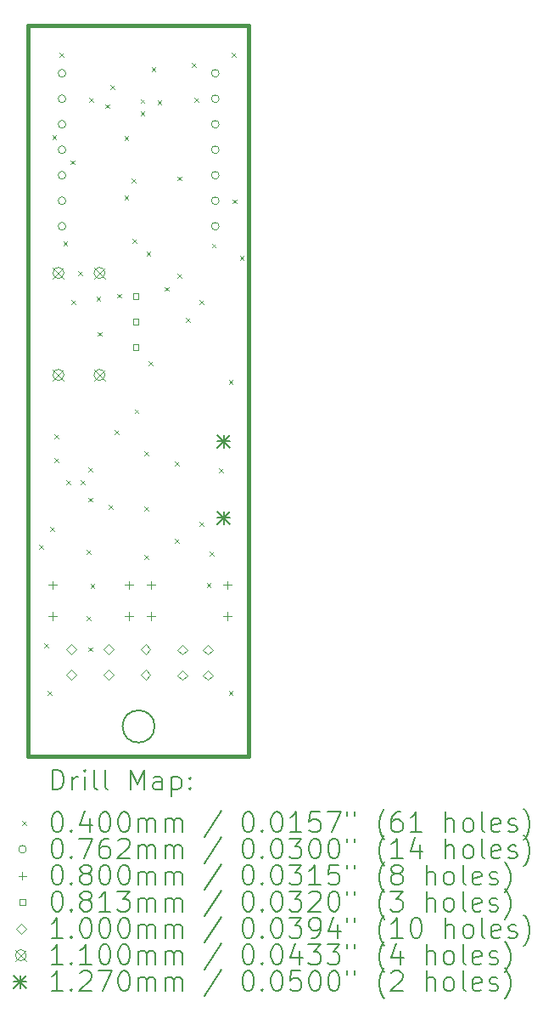
<source format=gbr>
%TF.GenerationSoftware,KiCad,Pcbnew,7.0.10*%
%TF.CreationDate,2024-06-11T23:21:11-07:00*%
%TF.ProjectId,NB002,4e423030-322e-46b6-9963-61645f706362,rev?*%
%TF.SameCoordinates,Original*%
%TF.FileFunction,Drillmap*%
%TF.FilePolarity,Positive*%
%FSLAX45Y45*%
G04 Gerber Fmt 4.5, Leading zero omitted, Abs format (unit mm)*
G04 Created by KiCad (PCBNEW 7.0.10) date 2024-06-11 23:21:11*
%MOMM*%
%LPD*%
G01*
G04 APERTURE LIST*
%ADD10C,0.400000*%
%ADD11C,0.150000*%
%ADD12C,0.200000*%
%ADD13C,0.100000*%
%ADD14C,0.110000*%
%ADD15C,0.127000*%
G04 APERTURE END LIST*
D10*
X11460000Y-7310000D02*
X13660000Y-7310000D01*
X13660000Y-14590000D01*
X11460000Y-14590000D01*
X11460000Y-7310000D01*
D11*
X12720000Y-14290000D02*
G75*
G03*
X12400000Y-14290000I-160000J0D01*
G01*
X12400000Y-14290000D02*
G75*
G03*
X12720000Y-14290000I160000J0D01*
G01*
D12*
D13*
X11570000Y-12480000D02*
X11610000Y-12520000D01*
X11610000Y-12480000D02*
X11570000Y-12520000D01*
X11620000Y-13460000D02*
X11660000Y-13500000D01*
X11660000Y-13460000D02*
X11620000Y-13500000D01*
X11650000Y-13940000D02*
X11690000Y-13980000D01*
X11690000Y-13940000D02*
X11650000Y-13980000D01*
X11680000Y-12300000D02*
X11720000Y-12340000D01*
X11720000Y-12300000D02*
X11680000Y-12340000D01*
X11700000Y-8400000D02*
X11740000Y-8440000D01*
X11740000Y-8400000D02*
X11700000Y-8440000D01*
X11720000Y-11380000D02*
X11760000Y-11420000D01*
X11760000Y-11380000D02*
X11720000Y-11420000D01*
X11720000Y-11620000D02*
X11760000Y-11660000D01*
X11760000Y-11620000D02*
X11720000Y-11660000D01*
X11770000Y-7580000D02*
X11810000Y-7620000D01*
X11810000Y-7580000D02*
X11770000Y-7620000D01*
X11810000Y-9460000D02*
X11850000Y-9500000D01*
X11850000Y-9460000D02*
X11810000Y-9500000D01*
X11840000Y-11840000D02*
X11880000Y-11880000D01*
X11880000Y-11840000D02*
X11840000Y-11880000D01*
X11880000Y-8650000D02*
X11920000Y-8690000D01*
X11920000Y-8650000D02*
X11880000Y-8690000D01*
X11890000Y-10040000D02*
X11930000Y-10080000D01*
X11930000Y-10040000D02*
X11890000Y-10080000D01*
X11958000Y-9752000D02*
X11998000Y-9792000D01*
X11998000Y-9752000D02*
X11958000Y-9792000D01*
X11980000Y-11840000D02*
X12020000Y-11880000D01*
X12020000Y-11840000D02*
X11980000Y-11880000D01*
X12040000Y-12530000D02*
X12080000Y-12570000D01*
X12080000Y-12530000D02*
X12040000Y-12570000D01*
X12040000Y-13190000D02*
X12080000Y-13230000D01*
X12080000Y-13190000D02*
X12040000Y-13230000D01*
X12060000Y-11710000D02*
X12100000Y-11750000D01*
X12100000Y-11710000D02*
X12060000Y-11750000D01*
X12060000Y-12010000D02*
X12100000Y-12050000D01*
X12100000Y-12010000D02*
X12060000Y-12050000D01*
X12060000Y-13500000D02*
X12100000Y-13540000D01*
X12100000Y-13500000D02*
X12060000Y-13540000D01*
X12066250Y-8026250D02*
X12106250Y-8066250D01*
X12106250Y-8026250D02*
X12066250Y-8066250D01*
X12080000Y-12870000D02*
X12120000Y-12910000D01*
X12120000Y-12870000D02*
X12080000Y-12910000D01*
X12140000Y-10010000D02*
X12180000Y-10050000D01*
X12180000Y-10010000D02*
X12140000Y-10050000D01*
X12150000Y-10360000D02*
X12190000Y-10400000D01*
X12190000Y-10360000D02*
X12150000Y-10400000D01*
X12230000Y-8090000D02*
X12270000Y-8130000D01*
X12270000Y-8090000D02*
X12230000Y-8130000D01*
X12260000Y-12080000D02*
X12300000Y-12120000D01*
X12300000Y-12080000D02*
X12260000Y-12120000D01*
X12280000Y-7900000D02*
X12320000Y-7940000D01*
X12320000Y-7900000D02*
X12280000Y-7940000D01*
X12320000Y-11340000D02*
X12360000Y-11380000D01*
X12360000Y-11340000D02*
X12320000Y-11380000D01*
X12350000Y-9980000D02*
X12390000Y-10020000D01*
X12390000Y-9980000D02*
X12350000Y-10020000D01*
X12420000Y-8410000D02*
X12460000Y-8450000D01*
X12460000Y-8410000D02*
X12420000Y-8450000D01*
X12420000Y-9000000D02*
X12460000Y-9040000D01*
X12460000Y-9000000D02*
X12420000Y-9040000D01*
X12490000Y-8830000D02*
X12530000Y-8870000D01*
X12530000Y-8830000D02*
X12490000Y-8870000D01*
X12500000Y-9430000D02*
X12540000Y-9470000D01*
X12540000Y-9430000D02*
X12500000Y-9470000D01*
X12520000Y-11130000D02*
X12560000Y-11170000D01*
X12560000Y-11130000D02*
X12520000Y-11170000D01*
X12580000Y-8040000D02*
X12620000Y-8080000D01*
X12620000Y-8040000D02*
X12580000Y-8080000D01*
X12580000Y-8160000D02*
X12620000Y-8200000D01*
X12620000Y-8160000D02*
X12580000Y-8200000D01*
X12620000Y-11550000D02*
X12660000Y-11590000D01*
X12660000Y-11550000D02*
X12620000Y-11590000D01*
X12620000Y-12100000D02*
X12660000Y-12140000D01*
X12660000Y-12100000D02*
X12620000Y-12140000D01*
X12620000Y-12580000D02*
X12660000Y-12620000D01*
X12660000Y-12580000D02*
X12620000Y-12620000D01*
X12640000Y-9560000D02*
X12680000Y-9600000D01*
X12680000Y-9560000D02*
X12640000Y-9600000D01*
X12660000Y-10650000D02*
X12700000Y-10690000D01*
X12700000Y-10650000D02*
X12660000Y-10690000D01*
X12690000Y-7720000D02*
X12730000Y-7760000D01*
X12730000Y-7720000D02*
X12690000Y-7760000D01*
X12750000Y-8050000D02*
X12790000Y-8090000D01*
X12790000Y-8050000D02*
X12750000Y-8090000D01*
X12820000Y-9910000D02*
X12860000Y-9950000D01*
X12860000Y-9910000D02*
X12820000Y-9950000D01*
X12920000Y-11650000D02*
X12960000Y-11690000D01*
X12960000Y-11650000D02*
X12920000Y-11690000D01*
X12920000Y-12420000D02*
X12960000Y-12460000D01*
X12960000Y-12420000D02*
X12920000Y-12460000D01*
X12950000Y-8810000D02*
X12990000Y-8850000D01*
X12990000Y-8810000D02*
X12950000Y-8850000D01*
X12950000Y-9780000D02*
X12990000Y-9820000D01*
X12990000Y-9780000D02*
X12950000Y-9820000D01*
X13030000Y-10220000D02*
X13070000Y-10260000D01*
X13070000Y-10220000D02*
X13030000Y-10260000D01*
X13090000Y-7680000D02*
X13130000Y-7720000D01*
X13130000Y-7680000D02*
X13090000Y-7720000D01*
X13120000Y-8030000D02*
X13160000Y-8070000D01*
X13160000Y-8030000D02*
X13120000Y-8070000D01*
X13170000Y-10040000D02*
X13210000Y-10080000D01*
X13210000Y-10040000D02*
X13170000Y-10080000D01*
X13170000Y-12250000D02*
X13210000Y-12290000D01*
X13210000Y-12250000D02*
X13170000Y-12290000D01*
X13240000Y-12860000D02*
X13280000Y-12900000D01*
X13280000Y-12860000D02*
X13240000Y-12900000D01*
X13270000Y-12550000D02*
X13310000Y-12590000D01*
X13310000Y-12550000D02*
X13270000Y-12590000D01*
X13290000Y-9480000D02*
X13330000Y-9520000D01*
X13330000Y-9480000D02*
X13290000Y-9520000D01*
X13360000Y-11720000D02*
X13400000Y-11760000D01*
X13400000Y-11720000D02*
X13360000Y-11760000D01*
X13460000Y-10840000D02*
X13500000Y-10880000D01*
X13500000Y-10840000D02*
X13460000Y-10880000D01*
X13460000Y-13940000D02*
X13500000Y-13980000D01*
X13500000Y-13940000D02*
X13460000Y-13980000D01*
X13490000Y-7580000D02*
X13530000Y-7620000D01*
X13530000Y-7580000D02*
X13490000Y-7620000D01*
X13500000Y-9040000D02*
X13540000Y-9080000D01*
X13540000Y-9040000D02*
X13500000Y-9080000D01*
X13570000Y-9600000D02*
X13610000Y-9640000D01*
X13610000Y-9600000D02*
X13570000Y-9640000D01*
X11833850Y-7783040D02*
G75*
G03*
X11757650Y-7783040I-38100J0D01*
G01*
X11757650Y-7783040D02*
G75*
G03*
X11833850Y-7783040I38100J0D01*
G01*
X11833850Y-8037040D02*
G75*
G03*
X11757650Y-8037040I-38100J0D01*
G01*
X11757650Y-8037040D02*
G75*
G03*
X11833850Y-8037040I38100J0D01*
G01*
X11833850Y-8291040D02*
G75*
G03*
X11757650Y-8291040I-38100J0D01*
G01*
X11757650Y-8291040D02*
G75*
G03*
X11833850Y-8291040I38100J0D01*
G01*
X11833850Y-8545040D02*
G75*
G03*
X11757650Y-8545040I-38100J0D01*
G01*
X11757650Y-8545040D02*
G75*
G03*
X11833850Y-8545040I38100J0D01*
G01*
X11833850Y-8799040D02*
G75*
G03*
X11757650Y-8799040I-38100J0D01*
G01*
X11757650Y-8799040D02*
G75*
G03*
X11833850Y-8799040I38100J0D01*
G01*
X11833850Y-9053040D02*
G75*
G03*
X11757650Y-9053040I-38100J0D01*
G01*
X11757650Y-9053040D02*
G75*
G03*
X11833850Y-9053040I38100J0D01*
G01*
X11833850Y-9307040D02*
G75*
G03*
X11757650Y-9307040I-38100J0D01*
G01*
X11757650Y-9307040D02*
G75*
G03*
X11833850Y-9307040I38100J0D01*
G01*
X13363850Y-7783040D02*
G75*
G03*
X13287650Y-7783040I-38100J0D01*
G01*
X13287650Y-7783040D02*
G75*
G03*
X13363850Y-7783040I38100J0D01*
G01*
X13363850Y-8037040D02*
G75*
G03*
X13287650Y-8037040I-38100J0D01*
G01*
X13287650Y-8037040D02*
G75*
G03*
X13363850Y-8037040I38100J0D01*
G01*
X13363850Y-8291040D02*
G75*
G03*
X13287650Y-8291040I-38100J0D01*
G01*
X13287650Y-8291040D02*
G75*
G03*
X13363850Y-8291040I38100J0D01*
G01*
X13363850Y-8545040D02*
G75*
G03*
X13287650Y-8545040I-38100J0D01*
G01*
X13287650Y-8545040D02*
G75*
G03*
X13363850Y-8545040I38100J0D01*
G01*
X13363850Y-8799040D02*
G75*
G03*
X13287650Y-8799040I-38100J0D01*
G01*
X13287650Y-8799040D02*
G75*
G03*
X13363850Y-8799040I38100J0D01*
G01*
X13363850Y-9053040D02*
G75*
G03*
X13287650Y-9053040I-38100J0D01*
G01*
X13287650Y-9053040D02*
G75*
G03*
X13363850Y-9053040I38100J0D01*
G01*
X13363850Y-9307040D02*
G75*
G03*
X13287650Y-9307040I-38100J0D01*
G01*
X13287650Y-9307040D02*
G75*
G03*
X13363850Y-9307040I38100J0D01*
G01*
X11702510Y-12840000D02*
X11702510Y-12920000D01*
X11662510Y-12880000D02*
X11742510Y-12880000D01*
X11703510Y-13150000D02*
X11703510Y-13230000D01*
X11663510Y-13190000D02*
X11743510Y-13190000D01*
X12464510Y-12840000D02*
X12464510Y-12920000D01*
X12424510Y-12880000D02*
X12504510Y-12880000D01*
X12465510Y-13150000D02*
X12465510Y-13230000D01*
X12425510Y-13190000D02*
X12505510Y-13190000D01*
X12683510Y-12840000D02*
X12683510Y-12920000D01*
X12643510Y-12880000D02*
X12723510Y-12880000D01*
X12683510Y-13150000D02*
X12683510Y-13230000D01*
X12643510Y-13190000D02*
X12723510Y-13190000D01*
X13445510Y-12840000D02*
X13445510Y-12920000D01*
X13405510Y-12880000D02*
X13485510Y-12880000D01*
X13445510Y-13150000D02*
X13445510Y-13230000D01*
X13405510Y-13190000D02*
X13485510Y-13190000D01*
X12561227Y-10034737D02*
X12561227Y-9977263D01*
X12503753Y-9977263D01*
X12503753Y-10034737D01*
X12561227Y-10034737D01*
X12561227Y-10288737D02*
X12561227Y-10231263D01*
X12503753Y-10231263D01*
X12503753Y-10288737D01*
X12561227Y-10288737D01*
X12561227Y-10542737D02*
X12561227Y-10485263D01*
X12503753Y-10485263D01*
X12503753Y-10542737D01*
X12561227Y-10542737D01*
X11890000Y-13572500D02*
X11940000Y-13522500D01*
X11890000Y-13472500D01*
X11840000Y-13522500D01*
X11890000Y-13572500D01*
X11890000Y-13826500D02*
X11940000Y-13776500D01*
X11890000Y-13726500D01*
X11840000Y-13776500D01*
X11890000Y-13826500D01*
X12260000Y-13572500D02*
X12310000Y-13522500D01*
X12260000Y-13472500D01*
X12210000Y-13522500D01*
X12260000Y-13572500D01*
X12260000Y-13826500D02*
X12310000Y-13776500D01*
X12260000Y-13726500D01*
X12210000Y-13776500D01*
X12260000Y-13826500D01*
X12630000Y-13572500D02*
X12680000Y-13522500D01*
X12630000Y-13472500D01*
X12580000Y-13522500D01*
X12630000Y-13572500D01*
X12630000Y-13826500D02*
X12680000Y-13776500D01*
X12630000Y-13726500D01*
X12580000Y-13776500D01*
X12630000Y-13826500D01*
X13000000Y-13576000D02*
X13050000Y-13526000D01*
X13000000Y-13476000D01*
X12950000Y-13526000D01*
X13000000Y-13576000D01*
X13000000Y-13830000D02*
X13050000Y-13780000D01*
X13000000Y-13730000D01*
X12950000Y-13780000D01*
X13000000Y-13830000D01*
X13254000Y-13576000D02*
X13304000Y-13526000D01*
X13254000Y-13476000D01*
X13204000Y-13526000D01*
X13254000Y-13576000D01*
X13254000Y-13830000D02*
X13304000Y-13780000D01*
X13254000Y-13730000D01*
X13204000Y-13780000D01*
X13254000Y-13830000D01*
D14*
X11705000Y-9717000D02*
X11815000Y-9827000D01*
X11815000Y-9717000D02*
X11705000Y-9827000D01*
X11815000Y-9772000D02*
G75*
G03*
X11705000Y-9772000I-55000J0D01*
G01*
X11705000Y-9772000D02*
G75*
G03*
X11815000Y-9772000I55000J0D01*
G01*
X11705000Y-10733000D02*
X11815000Y-10843000D01*
X11815000Y-10733000D02*
X11705000Y-10843000D01*
X11815000Y-10788000D02*
G75*
G03*
X11705000Y-10788000I-55000J0D01*
G01*
X11705000Y-10788000D02*
G75*
G03*
X11815000Y-10788000I55000J0D01*
G01*
X12115000Y-9717000D02*
X12225000Y-9827000D01*
X12225000Y-9717000D02*
X12115000Y-9827000D01*
X12225000Y-9772000D02*
G75*
G03*
X12115000Y-9772000I-55000J0D01*
G01*
X12115000Y-9772000D02*
G75*
G03*
X12225000Y-9772000I55000J0D01*
G01*
X12115000Y-10733000D02*
X12225000Y-10843000D01*
X12225000Y-10733000D02*
X12115000Y-10843000D01*
X12225000Y-10788000D02*
G75*
G03*
X12115000Y-10788000I-55000J0D01*
G01*
X12115000Y-10788000D02*
G75*
G03*
X12225000Y-10788000I55000J0D01*
G01*
D15*
X13348500Y-11385500D02*
X13475500Y-11512500D01*
X13475500Y-11385500D02*
X13348500Y-11512500D01*
X13412000Y-11385500D02*
X13412000Y-11512500D01*
X13348500Y-11449000D02*
X13475500Y-11449000D01*
X13348500Y-12147500D02*
X13475500Y-12274500D01*
X13475500Y-12147500D02*
X13348500Y-12274500D01*
X13412000Y-12147500D02*
X13412000Y-12274500D01*
X13348500Y-12211000D02*
X13475500Y-12211000D01*
D12*
X11700777Y-14921484D02*
X11700777Y-14721484D01*
X11700777Y-14721484D02*
X11748396Y-14721484D01*
X11748396Y-14721484D02*
X11776967Y-14731008D01*
X11776967Y-14731008D02*
X11796015Y-14750055D01*
X11796015Y-14750055D02*
X11805539Y-14769103D01*
X11805539Y-14769103D02*
X11815062Y-14807198D01*
X11815062Y-14807198D02*
X11815062Y-14835769D01*
X11815062Y-14835769D02*
X11805539Y-14873865D01*
X11805539Y-14873865D02*
X11796015Y-14892912D01*
X11796015Y-14892912D02*
X11776967Y-14911960D01*
X11776967Y-14911960D02*
X11748396Y-14921484D01*
X11748396Y-14921484D02*
X11700777Y-14921484D01*
X11900777Y-14921484D02*
X11900777Y-14788150D01*
X11900777Y-14826246D02*
X11910301Y-14807198D01*
X11910301Y-14807198D02*
X11919824Y-14797674D01*
X11919824Y-14797674D02*
X11938872Y-14788150D01*
X11938872Y-14788150D02*
X11957920Y-14788150D01*
X12024586Y-14921484D02*
X12024586Y-14788150D01*
X12024586Y-14721484D02*
X12015062Y-14731008D01*
X12015062Y-14731008D02*
X12024586Y-14740531D01*
X12024586Y-14740531D02*
X12034110Y-14731008D01*
X12034110Y-14731008D02*
X12024586Y-14721484D01*
X12024586Y-14721484D02*
X12024586Y-14740531D01*
X12148396Y-14921484D02*
X12129348Y-14911960D01*
X12129348Y-14911960D02*
X12119824Y-14892912D01*
X12119824Y-14892912D02*
X12119824Y-14721484D01*
X12253158Y-14921484D02*
X12234110Y-14911960D01*
X12234110Y-14911960D02*
X12224586Y-14892912D01*
X12224586Y-14892912D02*
X12224586Y-14721484D01*
X12481729Y-14921484D02*
X12481729Y-14721484D01*
X12481729Y-14721484D02*
X12548396Y-14864341D01*
X12548396Y-14864341D02*
X12615062Y-14721484D01*
X12615062Y-14721484D02*
X12615062Y-14921484D01*
X12796015Y-14921484D02*
X12796015Y-14816722D01*
X12796015Y-14816722D02*
X12786491Y-14797674D01*
X12786491Y-14797674D02*
X12767443Y-14788150D01*
X12767443Y-14788150D02*
X12729348Y-14788150D01*
X12729348Y-14788150D02*
X12710301Y-14797674D01*
X12796015Y-14911960D02*
X12776967Y-14921484D01*
X12776967Y-14921484D02*
X12729348Y-14921484D01*
X12729348Y-14921484D02*
X12710301Y-14911960D01*
X12710301Y-14911960D02*
X12700777Y-14892912D01*
X12700777Y-14892912D02*
X12700777Y-14873865D01*
X12700777Y-14873865D02*
X12710301Y-14854817D01*
X12710301Y-14854817D02*
X12729348Y-14845293D01*
X12729348Y-14845293D02*
X12776967Y-14845293D01*
X12776967Y-14845293D02*
X12796015Y-14835769D01*
X12891253Y-14788150D02*
X12891253Y-14988150D01*
X12891253Y-14797674D02*
X12910301Y-14788150D01*
X12910301Y-14788150D02*
X12948396Y-14788150D01*
X12948396Y-14788150D02*
X12967443Y-14797674D01*
X12967443Y-14797674D02*
X12976967Y-14807198D01*
X12976967Y-14807198D02*
X12986491Y-14826246D01*
X12986491Y-14826246D02*
X12986491Y-14883388D01*
X12986491Y-14883388D02*
X12976967Y-14902436D01*
X12976967Y-14902436D02*
X12967443Y-14911960D01*
X12967443Y-14911960D02*
X12948396Y-14921484D01*
X12948396Y-14921484D02*
X12910301Y-14921484D01*
X12910301Y-14921484D02*
X12891253Y-14911960D01*
X13072205Y-14902436D02*
X13081729Y-14911960D01*
X13081729Y-14911960D02*
X13072205Y-14921484D01*
X13072205Y-14921484D02*
X13062682Y-14911960D01*
X13062682Y-14911960D02*
X13072205Y-14902436D01*
X13072205Y-14902436D02*
X13072205Y-14921484D01*
X13072205Y-14797674D02*
X13081729Y-14807198D01*
X13081729Y-14807198D02*
X13072205Y-14816722D01*
X13072205Y-14816722D02*
X13062682Y-14807198D01*
X13062682Y-14807198D02*
X13072205Y-14797674D01*
X13072205Y-14797674D02*
X13072205Y-14816722D01*
D13*
X11400000Y-15230000D02*
X11440000Y-15270000D01*
X11440000Y-15230000D02*
X11400000Y-15270000D01*
D12*
X11738872Y-15141484D02*
X11757920Y-15141484D01*
X11757920Y-15141484D02*
X11776967Y-15151008D01*
X11776967Y-15151008D02*
X11786491Y-15160531D01*
X11786491Y-15160531D02*
X11796015Y-15179579D01*
X11796015Y-15179579D02*
X11805539Y-15217674D01*
X11805539Y-15217674D02*
X11805539Y-15265293D01*
X11805539Y-15265293D02*
X11796015Y-15303388D01*
X11796015Y-15303388D02*
X11786491Y-15322436D01*
X11786491Y-15322436D02*
X11776967Y-15331960D01*
X11776967Y-15331960D02*
X11757920Y-15341484D01*
X11757920Y-15341484D02*
X11738872Y-15341484D01*
X11738872Y-15341484D02*
X11719824Y-15331960D01*
X11719824Y-15331960D02*
X11710301Y-15322436D01*
X11710301Y-15322436D02*
X11700777Y-15303388D01*
X11700777Y-15303388D02*
X11691253Y-15265293D01*
X11691253Y-15265293D02*
X11691253Y-15217674D01*
X11691253Y-15217674D02*
X11700777Y-15179579D01*
X11700777Y-15179579D02*
X11710301Y-15160531D01*
X11710301Y-15160531D02*
X11719824Y-15151008D01*
X11719824Y-15151008D02*
X11738872Y-15141484D01*
X11891253Y-15322436D02*
X11900777Y-15331960D01*
X11900777Y-15331960D02*
X11891253Y-15341484D01*
X11891253Y-15341484D02*
X11881729Y-15331960D01*
X11881729Y-15331960D02*
X11891253Y-15322436D01*
X11891253Y-15322436D02*
X11891253Y-15341484D01*
X12072205Y-15208150D02*
X12072205Y-15341484D01*
X12024586Y-15131960D02*
X11976967Y-15274817D01*
X11976967Y-15274817D02*
X12100777Y-15274817D01*
X12215062Y-15141484D02*
X12234110Y-15141484D01*
X12234110Y-15141484D02*
X12253158Y-15151008D01*
X12253158Y-15151008D02*
X12262682Y-15160531D01*
X12262682Y-15160531D02*
X12272205Y-15179579D01*
X12272205Y-15179579D02*
X12281729Y-15217674D01*
X12281729Y-15217674D02*
X12281729Y-15265293D01*
X12281729Y-15265293D02*
X12272205Y-15303388D01*
X12272205Y-15303388D02*
X12262682Y-15322436D01*
X12262682Y-15322436D02*
X12253158Y-15331960D01*
X12253158Y-15331960D02*
X12234110Y-15341484D01*
X12234110Y-15341484D02*
X12215062Y-15341484D01*
X12215062Y-15341484D02*
X12196015Y-15331960D01*
X12196015Y-15331960D02*
X12186491Y-15322436D01*
X12186491Y-15322436D02*
X12176967Y-15303388D01*
X12176967Y-15303388D02*
X12167443Y-15265293D01*
X12167443Y-15265293D02*
X12167443Y-15217674D01*
X12167443Y-15217674D02*
X12176967Y-15179579D01*
X12176967Y-15179579D02*
X12186491Y-15160531D01*
X12186491Y-15160531D02*
X12196015Y-15151008D01*
X12196015Y-15151008D02*
X12215062Y-15141484D01*
X12405539Y-15141484D02*
X12424586Y-15141484D01*
X12424586Y-15141484D02*
X12443634Y-15151008D01*
X12443634Y-15151008D02*
X12453158Y-15160531D01*
X12453158Y-15160531D02*
X12462682Y-15179579D01*
X12462682Y-15179579D02*
X12472205Y-15217674D01*
X12472205Y-15217674D02*
X12472205Y-15265293D01*
X12472205Y-15265293D02*
X12462682Y-15303388D01*
X12462682Y-15303388D02*
X12453158Y-15322436D01*
X12453158Y-15322436D02*
X12443634Y-15331960D01*
X12443634Y-15331960D02*
X12424586Y-15341484D01*
X12424586Y-15341484D02*
X12405539Y-15341484D01*
X12405539Y-15341484D02*
X12386491Y-15331960D01*
X12386491Y-15331960D02*
X12376967Y-15322436D01*
X12376967Y-15322436D02*
X12367443Y-15303388D01*
X12367443Y-15303388D02*
X12357920Y-15265293D01*
X12357920Y-15265293D02*
X12357920Y-15217674D01*
X12357920Y-15217674D02*
X12367443Y-15179579D01*
X12367443Y-15179579D02*
X12376967Y-15160531D01*
X12376967Y-15160531D02*
X12386491Y-15151008D01*
X12386491Y-15151008D02*
X12405539Y-15141484D01*
X12557920Y-15341484D02*
X12557920Y-15208150D01*
X12557920Y-15227198D02*
X12567443Y-15217674D01*
X12567443Y-15217674D02*
X12586491Y-15208150D01*
X12586491Y-15208150D02*
X12615063Y-15208150D01*
X12615063Y-15208150D02*
X12634110Y-15217674D01*
X12634110Y-15217674D02*
X12643634Y-15236722D01*
X12643634Y-15236722D02*
X12643634Y-15341484D01*
X12643634Y-15236722D02*
X12653158Y-15217674D01*
X12653158Y-15217674D02*
X12672205Y-15208150D01*
X12672205Y-15208150D02*
X12700777Y-15208150D01*
X12700777Y-15208150D02*
X12719824Y-15217674D01*
X12719824Y-15217674D02*
X12729348Y-15236722D01*
X12729348Y-15236722D02*
X12729348Y-15341484D01*
X12824586Y-15341484D02*
X12824586Y-15208150D01*
X12824586Y-15227198D02*
X12834110Y-15217674D01*
X12834110Y-15217674D02*
X12853158Y-15208150D01*
X12853158Y-15208150D02*
X12881729Y-15208150D01*
X12881729Y-15208150D02*
X12900777Y-15217674D01*
X12900777Y-15217674D02*
X12910301Y-15236722D01*
X12910301Y-15236722D02*
X12910301Y-15341484D01*
X12910301Y-15236722D02*
X12919824Y-15217674D01*
X12919824Y-15217674D02*
X12938872Y-15208150D01*
X12938872Y-15208150D02*
X12967443Y-15208150D01*
X12967443Y-15208150D02*
X12986491Y-15217674D01*
X12986491Y-15217674D02*
X12996015Y-15236722D01*
X12996015Y-15236722D02*
X12996015Y-15341484D01*
X13386491Y-15131960D02*
X13215063Y-15389103D01*
X13643634Y-15141484D02*
X13662682Y-15141484D01*
X13662682Y-15141484D02*
X13681729Y-15151008D01*
X13681729Y-15151008D02*
X13691253Y-15160531D01*
X13691253Y-15160531D02*
X13700777Y-15179579D01*
X13700777Y-15179579D02*
X13710301Y-15217674D01*
X13710301Y-15217674D02*
X13710301Y-15265293D01*
X13710301Y-15265293D02*
X13700777Y-15303388D01*
X13700777Y-15303388D02*
X13691253Y-15322436D01*
X13691253Y-15322436D02*
X13681729Y-15331960D01*
X13681729Y-15331960D02*
X13662682Y-15341484D01*
X13662682Y-15341484D02*
X13643634Y-15341484D01*
X13643634Y-15341484D02*
X13624586Y-15331960D01*
X13624586Y-15331960D02*
X13615063Y-15322436D01*
X13615063Y-15322436D02*
X13605539Y-15303388D01*
X13605539Y-15303388D02*
X13596015Y-15265293D01*
X13596015Y-15265293D02*
X13596015Y-15217674D01*
X13596015Y-15217674D02*
X13605539Y-15179579D01*
X13605539Y-15179579D02*
X13615063Y-15160531D01*
X13615063Y-15160531D02*
X13624586Y-15151008D01*
X13624586Y-15151008D02*
X13643634Y-15141484D01*
X13796015Y-15322436D02*
X13805539Y-15331960D01*
X13805539Y-15331960D02*
X13796015Y-15341484D01*
X13796015Y-15341484D02*
X13786491Y-15331960D01*
X13786491Y-15331960D02*
X13796015Y-15322436D01*
X13796015Y-15322436D02*
X13796015Y-15341484D01*
X13929348Y-15141484D02*
X13948396Y-15141484D01*
X13948396Y-15141484D02*
X13967444Y-15151008D01*
X13967444Y-15151008D02*
X13976967Y-15160531D01*
X13976967Y-15160531D02*
X13986491Y-15179579D01*
X13986491Y-15179579D02*
X13996015Y-15217674D01*
X13996015Y-15217674D02*
X13996015Y-15265293D01*
X13996015Y-15265293D02*
X13986491Y-15303388D01*
X13986491Y-15303388D02*
X13976967Y-15322436D01*
X13976967Y-15322436D02*
X13967444Y-15331960D01*
X13967444Y-15331960D02*
X13948396Y-15341484D01*
X13948396Y-15341484D02*
X13929348Y-15341484D01*
X13929348Y-15341484D02*
X13910301Y-15331960D01*
X13910301Y-15331960D02*
X13900777Y-15322436D01*
X13900777Y-15322436D02*
X13891253Y-15303388D01*
X13891253Y-15303388D02*
X13881729Y-15265293D01*
X13881729Y-15265293D02*
X13881729Y-15217674D01*
X13881729Y-15217674D02*
X13891253Y-15179579D01*
X13891253Y-15179579D02*
X13900777Y-15160531D01*
X13900777Y-15160531D02*
X13910301Y-15151008D01*
X13910301Y-15151008D02*
X13929348Y-15141484D01*
X14186491Y-15341484D02*
X14072206Y-15341484D01*
X14129348Y-15341484D02*
X14129348Y-15141484D01*
X14129348Y-15141484D02*
X14110301Y-15170055D01*
X14110301Y-15170055D02*
X14091253Y-15189103D01*
X14091253Y-15189103D02*
X14072206Y-15198627D01*
X14367444Y-15141484D02*
X14272206Y-15141484D01*
X14272206Y-15141484D02*
X14262682Y-15236722D01*
X14262682Y-15236722D02*
X14272206Y-15227198D01*
X14272206Y-15227198D02*
X14291253Y-15217674D01*
X14291253Y-15217674D02*
X14338872Y-15217674D01*
X14338872Y-15217674D02*
X14357920Y-15227198D01*
X14357920Y-15227198D02*
X14367444Y-15236722D01*
X14367444Y-15236722D02*
X14376967Y-15255769D01*
X14376967Y-15255769D02*
X14376967Y-15303388D01*
X14376967Y-15303388D02*
X14367444Y-15322436D01*
X14367444Y-15322436D02*
X14357920Y-15331960D01*
X14357920Y-15331960D02*
X14338872Y-15341484D01*
X14338872Y-15341484D02*
X14291253Y-15341484D01*
X14291253Y-15341484D02*
X14272206Y-15331960D01*
X14272206Y-15331960D02*
X14262682Y-15322436D01*
X14443634Y-15141484D02*
X14576967Y-15141484D01*
X14576967Y-15141484D02*
X14491253Y-15341484D01*
X14643634Y-15141484D02*
X14643634Y-15179579D01*
X14719825Y-15141484D02*
X14719825Y-15179579D01*
X15015063Y-15417674D02*
X15005539Y-15408150D01*
X15005539Y-15408150D02*
X14986491Y-15379579D01*
X14986491Y-15379579D02*
X14976968Y-15360531D01*
X14976968Y-15360531D02*
X14967444Y-15331960D01*
X14967444Y-15331960D02*
X14957920Y-15284341D01*
X14957920Y-15284341D02*
X14957920Y-15246246D01*
X14957920Y-15246246D02*
X14967444Y-15198627D01*
X14967444Y-15198627D02*
X14976968Y-15170055D01*
X14976968Y-15170055D02*
X14986491Y-15151008D01*
X14986491Y-15151008D02*
X15005539Y-15122436D01*
X15005539Y-15122436D02*
X15015063Y-15112912D01*
X15176968Y-15141484D02*
X15138872Y-15141484D01*
X15138872Y-15141484D02*
X15119825Y-15151008D01*
X15119825Y-15151008D02*
X15110301Y-15160531D01*
X15110301Y-15160531D02*
X15091253Y-15189103D01*
X15091253Y-15189103D02*
X15081729Y-15227198D01*
X15081729Y-15227198D02*
X15081729Y-15303388D01*
X15081729Y-15303388D02*
X15091253Y-15322436D01*
X15091253Y-15322436D02*
X15100777Y-15331960D01*
X15100777Y-15331960D02*
X15119825Y-15341484D01*
X15119825Y-15341484D02*
X15157920Y-15341484D01*
X15157920Y-15341484D02*
X15176968Y-15331960D01*
X15176968Y-15331960D02*
X15186491Y-15322436D01*
X15186491Y-15322436D02*
X15196015Y-15303388D01*
X15196015Y-15303388D02*
X15196015Y-15255769D01*
X15196015Y-15255769D02*
X15186491Y-15236722D01*
X15186491Y-15236722D02*
X15176968Y-15227198D01*
X15176968Y-15227198D02*
X15157920Y-15217674D01*
X15157920Y-15217674D02*
X15119825Y-15217674D01*
X15119825Y-15217674D02*
X15100777Y-15227198D01*
X15100777Y-15227198D02*
X15091253Y-15236722D01*
X15091253Y-15236722D02*
X15081729Y-15255769D01*
X15386491Y-15341484D02*
X15272206Y-15341484D01*
X15329348Y-15341484D02*
X15329348Y-15141484D01*
X15329348Y-15141484D02*
X15310301Y-15170055D01*
X15310301Y-15170055D02*
X15291253Y-15189103D01*
X15291253Y-15189103D02*
X15272206Y-15198627D01*
X15624587Y-15341484D02*
X15624587Y-15141484D01*
X15710301Y-15341484D02*
X15710301Y-15236722D01*
X15710301Y-15236722D02*
X15700777Y-15217674D01*
X15700777Y-15217674D02*
X15681730Y-15208150D01*
X15681730Y-15208150D02*
X15653158Y-15208150D01*
X15653158Y-15208150D02*
X15634110Y-15217674D01*
X15634110Y-15217674D02*
X15624587Y-15227198D01*
X15834110Y-15341484D02*
X15815063Y-15331960D01*
X15815063Y-15331960D02*
X15805539Y-15322436D01*
X15805539Y-15322436D02*
X15796015Y-15303388D01*
X15796015Y-15303388D02*
X15796015Y-15246246D01*
X15796015Y-15246246D02*
X15805539Y-15227198D01*
X15805539Y-15227198D02*
X15815063Y-15217674D01*
X15815063Y-15217674D02*
X15834110Y-15208150D01*
X15834110Y-15208150D02*
X15862682Y-15208150D01*
X15862682Y-15208150D02*
X15881730Y-15217674D01*
X15881730Y-15217674D02*
X15891253Y-15227198D01*
X15891253Y-15227198D02*
X15900777Y-15246246D01*
X15900777Y-15246246D02*
X15900777Y-15303388D01*
X15900777Y-15303388D02*
X15891253Y-15322436D01*
X15891253Y-15322436D02*
X15881730Y-15331960D01*
X15881730Y-15331960D02*
X15862682Y-15341484D01*
X15862682Y-15341484D02*
X15834110Y-15341484D01*
X16015063Y-15341484D02*
X15996015Y-15331960D01*
X15996015Y-15331960D02*
X15986491Y-15312912D01*
X15986491Y-15312912D02*
X15986491Y-15141484D01*
X16167444Y-15331960D02*
X16148396Y-15341484D01*
X16148396Y-15341484D02*
X16110301Y-15341484D01*
X16110301Y-15341484D02*
X16091253Y-15331960D01*
X16091253Y-15331960D02*
X16081730Y-15312912D01*
X16081730Y-15312912D02*
X16081730Y-15236722D01*
X16081730Y-15236722D02*
X16091253Y-15217674D01*
X16091253Y-15217674D02*
X16110301Y-15208150D01*
X16110301Y-15208150D02*
X16148396Y-15208150D01*
X16148396Y-15208150D02*
X16167444Y-15217674D01*
X16167444Y-15217674D02*
X16176968Y-15236722D01*
X16176968Y-15236722D02*
X16176968Y-15255769D01*
X16176968Y-15255769D02*
X16081730Y-15274817D01*
X16253158Y-15331960D02*
X16272206Y-15341484D01*
X16272206Y-15341484D02*
X16310301Y-15341484D01*
X16310301Y-15341484D02*
X16329349Y-15331960D01*
X16329349Y-15331960D02*
X16338872Y-15312912D01*
X16338872Y-15312912D02*
X16338872Y-15303388D01*
X16338872Y-15303388D02*
X16329349Y-15284341D01*
X16329349Y-15284341D02*
X16310301Y-15274817D01*
X16310301Y-15274817D02*
X16281730Y-15274817D01*
X16281730Y-15274817D02*
X16262682Y-15265293D01*
X16262682Y-15265293D02*
X16253158Y-15246246D01*
X16253158Y-15246246D02*
X16253158Y-15236722D01*
X16253158Y-15236722D02*
X16262682Y-15217674D01*
X16262682Y-15217674D02*
X16281730Y-15208150D01*
X16281730Y-15208150D02*
X16310301Y-15208150D01*
X16310301Y-15208150D02*
X16329349Y-15217674D01*
X16405539Y-15417674D02*
X16415063Y-15408150D01*
X16415063Y-15408150D02*
X16434111Y-15379579D01*
X16434111Y-15379579D02*
X16443634Y-15360531D01*
X16443634Y-15360531D02*
X16453158Y-15331960D01*
X16453158Y-15331960D02*
X16462682Y-15284341D01*
X16462682Y-15284341D02*
X16462682Y-15246246D01*
X16462682Y-15246246D02*
X16453158Y-15198627D01*
X16453158Y-15198627D02*
X16443634Y-15170055D01*
X16443634Y-15170055D02*
X16434111Y-15151008D01*
X16434111Y-15151008D02*
X16415063Y-15122436D01*
X16415063Y-15122436D02*
X16405539Y-15112912D01*
D13*
X11440000Y-15514000D02*
G75*
G03*
X11363800Y-15514000I-38100J0D01*
G01*
X11363800Y-15514000D02*
G75*
G03*
X11440000Y-15514000I38100J0D01*
G01*
D12*
X11738872Y-15405484D02*
X11757920Y-15405484D01*
X11757920Y-15405484D02*
X11776967Y-15415008D01*
X11776967Y-15415008D02*
X11786491Y-15424531D01*
X11786491Y-15424531D02*
X11796015Y-15443579D01*
X11796015Y-15443579D02*
X11805539Y-15481674D01*
X11805539Y-15481674D02*
X11805539Y-15529293D01*
X11805539Y-15529293D02*
X11796015Y-15567388D01*
X11796015Y-15567388D02*
X11786491Y-15586436D01*
X11786491Y-15586436D02*
X11776967Y-15595960D01*
X11776967Y-15595960D02*
X11757920Y-15605484D01*
X11757920Y-15605484D02*
X11738872Y-15605484D01*
X11738872Y-15605484D02*
X11719824Y-15595960D01*
X11719824Y-15595960D02*
X11710301Y-15586436D01*
X11710301Y-15586436D02*
X11700777Y-15567388D01*
X11700777Y-15567388D02*
X11691253Y-15529293D01*
X11691253Y-15529293D02*
X11691253Y-15481674D01*
X11691253Y-15481674D02*
X11700777Y-15443579D01*
X11700777Y-15443579D02*
X11710301Y-15424531D01*
X11710301Y-15424531D02*
X11719824Y-15415008D01*
X11719824Y-15415008D02*
X11738872Y-15405484D01*
X11891253Y-15586436D02*
X11900777Y-15595960D01*
X11900777Y-15595960D02*
X11891253Y-15605484D01*
X11891253Y-15605484D02*
X11881729Y-15595960D01*
X11881729Y-15595960D02*
X11891253Y-15586436D01*
X11891253Y-15586436D02*
X11891253Y-15605484D01*
X11967443Y-15405484D02*
X12100777Y-15405484D01*
X12100777Y-15405484D02*
X12015062Y-15605484D01*
X12262682Y-15405484D02*
X12224586Y-15405484D01*
X12224586Y-15405484D02*
X12205539Y-15415008D01*
X12205539Y-15415008D02*
X12196015Y-15424531D01*
X12196015Y-15424531D02*
X12176967Y-15453103D01*
X12176967Y-15453103D02*
X12167443Y-15491198D01*
X12167443Y-15491198D02*
X12167443Y-15567388D01*
X12167443Y-15567388D02*
X12176967Y-15586436D01*
X12176967Y-15586436D02*
X12186491Y-15595960D01*
X12186491Y-15595960D02*
X12205539Y-15605484D01*
X12205539Y-15605484D02*
X12243634Y-15605484D01*
X12243634Y-15605484D02*
X12262682Y-15595960D01*
X12262682Y-15595960D02*
X12272205Y-15586436D01*
X12272205Y-15586436D02*
X12281729Y-15567388D01*
X12281729Y-15567388D02*
X12281729Y-15519769D01*
X12281729Y-15519769D02*
X12272205Y-15500722D01*
X12272205Y-15500722D02*
X12262682Y-15491198D01*
X12262682Y-15491198D02*
X12243634Y-15481674D01*
X12243634Y-15481674D02*
X12205539Y-15481674D01*
X12205539Y-15481674D02*
X12186491Y-15491198D01*
X12186491Y-15491198D02*
X12176967Y-15500722D01*
X12176967Y-15500722D02*
X12167443Y-15519769D01*
X12357920Y-15424531D02*
X12367443Y-15415008D01*
X12367443Y-15415008D02*
X12386491Y-15405484D01*
X12386491Y-15405484D02*
X12434110Y-15405484D01*
X12434110Y-15405484D02*
X12453158Y-15415008D01*
X12453158Y-15415008D02*
X12462682Y-15424531D01*
X12462682Y-15424531D02*
X12472205Y-15443579D01*
X12472205Y-15443579D02*
X12472205Y-15462627D01*
X12472205Y-15462627D02*
X12462682Y-15491198D01*
X12462682Y-15491198D02*
X12348396Y-15605484D01*
X12348396Y-15605484D02*
X12472205Y-15605484D01*
X12557920Y-15605484D02*
X12557920Y-15472150D01*
X12557920Y-15491198D02*
X12567443Y-15481674D01*
X12567443Y-15481674D02*
X12586491Y-15472150D01*
X12586491Y-15472150D02*
X12615063Y-15472150D01*
X12615063Y-15472150D02*
X12634110Y-15481674D01*
X12634110Y-15481674D02*
X12643634Y-15500722D01*
X12643634Y-15500722D02*
X12643634Y-15605484D01*
X12643634Y-15500722D02*
X12653158Y-15481674D01*
X12653158Y-15481674D02*
X12672205Y-15472150D01*
X12672205Y-15472150D02*
X12700777Y-15472150D01*
X12700777Y-15472150D02*
X12719824Y-15481674D01*
X12719824Y-15481674D02*
X12729348Y-15500722D01*
X12729348Y-15500722D02*
X12729348Y-15605484D01*
X12824586Y-15605484D02*
X12824586Y-15472150D01*
X12824586Y-15491198D02*
X12834110Y-15481674D01*
X12834110Y-15481674D02*
X12853158Y-15472150D01*
X12853158Y-15472150D02*
X12881729Y-15472150D01*
X12881729Y-15472150D02*
X12900777Y-15481674D01*
X12900777Y-15481674D02*
X12910301Y-15500722D01*
X12910301Y-15500722D02*
X12910301Y-15605484D01*
X12910301Y-15500722D02*
X12919824Y-15481674D01*
X12919824Y-15481674D02*
X12938872Y-15472150D01*
X12938872Y-15472150D02*
X12967443Y-15472150D01*
X12967443Y-15472150D02*
X12986491Y-15481674D01*
X12986491Y-15481674D02*
X12996015Y-15500722D01*
X12996015Y-15500722D02*
X12996015Y-15605484D01*
X13386491Y-15395960D02*
X13215063Y-15653103D01*
X13643634Y-15405484D02*
X13662682Y-15405484D01*
X13662682Y-15405484D02*
X13681729Y-15415008D01*
X13681729Y-15415008D02*
X13691253Y-15424531D01*
X13691253Y-15424531D02*
X13700777Y-15443579D01*
X13700777Y-15443579D02*
X13710301Y-15481674D01*
X13710301Y-15481674D02*
X13710301Y-15529293D01*
X13710301Y-15529293D02*
X13700777Y-15567388D01*
X13700777Y-15567388D02*
X13691253Y-15586436D01*
X13691253Y-15586436D02*
X13681729Y-15595960D01*
X13681729Y-15595960D02*
X13662682Y-15605484D01*
X13662682Y-15605484D02*
X13643634Y-15605484D01*
X13643634Y-15605484D02*
X13624586Y-15595960D01*
X13624586Y-15595960D02*
X13615063Y-15586436D01*
X13615063Y-15586436D02*
X13605539Y-15567388D01*
X13605539Y-15567388D02*
X13596015Y-15529293D01*
X13596015Y-15529293D02*
X13596015Y-15481674D01*
X13596015Y-15481674D02*
X13605539Y-15443579D01*
X13605539Y-15443579D02*
X13615063Y-15424531D01*
X13615063Y-15424531D02*
X13624586Y-15415008D01*
X13624586Y-15415008D02*
X13643634Y-15405484D01*
X13796015Y-15586436D02*
X13805539Y-15595960D01*
X13805539Y-15595960D02*
X13796015Y-15605484D01*
X13796015Y-15605484D02*
X13786491Y-15595960D01*
X13786491Y-15595960D02*
X13796015Y-15586436D01*
X13796015Y-15586436D02*
X13796015Y-15605484D01*
X13929348Y-15405484D02*
X13948396Y-15405484D01*
X13948396Y-15405484D02*
X13967444Y-15415008D01*
X13967444Y-15415008D02*
X13976967Y-15424531D01*
X13976967Y-15424531D02*
X13986491Y-15443579D01*
X13986491Y-15443579D02*
X13996015Y-15481674D01*
X13996015Y-15481674D02*
X13996015Y-15529293D01*
X13996015Y-15529293D02*
X13986491Y-15567388D01*
X13986491Y-15567388D02*
X13976967Y-15586436D01*
X13976967Y-15586436D02*
X13967444Y-15595960D01*
X13967444Y-15595960D02*
X13948396Y-15605484D01*
X13948396Y-15605484D02*
X13929348Y-15605484D01*
X13929348Y-15605484D02*
X13910301Y-15595960D01*
X13910301Y-15595960D02*
X13900777Y-15586436D01*
X13900777Y-15586436D02*
X13891253Y-15567388D01*
X13891253Y-15567388D02*
X13881729Y-15529293D01*
X13881729Y-15529293D02*
X13881729Y-15481674D01*
X13881729Y-15481674D02*
X13891253Y-15443579D01*
X13891253Y-15443579D02*
X13900777Y-15424531D01*
X13900777Y-15424531D02*
X13910301Y-15415008D01*
X13910301Y-15415008D02*
X13929348Y-15405484D01*
X14062682Y-15405484D02*
X14186491Y-15405484D01*
X14186491Y-15405484D02*
X14119825Y-15481674D01*
X14119825Y-15481674D02*
X14148396Y-15481674D01*
X14148396Y-15481674D02*
X14167444Y-15491198D01*
X14167444Y-15491198D02*
X14176967Y-15500722D01*
X14176967Y-15500722D02*
X14186491Y-15519769D01*
X14186491Y-15519769D02*
X14186491Y-15567388D01*
X14186491Y-15567388D02*
X14176967Y-15586436D01*
X14176967Y-15586436D02*
X14167444Y-15595960D01*
X14167444Y-15595960D02*
X14148396Y-15605484D01*
X14148396Y-15605484D02*
X14091253Y-15605484D01*
X14091253Y-15605484D02*
X14072206Y-15595960D01*
X14072206Y-15595960D02*
X14062682Y-15586436D01*
X14310301Y-15405484D02*
X14329348Y-15405484D01*
X14329348Y-15405484D02*
X14348396Y-15415008D01*
X14348396Y-15415008D02*
X14357920Y-15424531D01*
X14357920Y-15424531D02*
X14367444Y-15443579D01*
X14367444Y-15443579D02*
X14376967Y-15481674D01*
X14376967Y-15481674D02*
X14376967Y-15529293D01*
X14376967Y-15529293D02*
X14367444Y-15567388D01*
X14367444Y-15567388D02*
X14357920Y-15586436D01*
X14357920Y-15586436D02*
X14348396Y-15595960D01*
X14348396Y-15595960D02*
X14329348Y-15605484D01*
X14329348Y-15605484D02*
X14310301Y-15605484D01*
X14310301Y-15605484D02*
X14291253Y-15595960D01*
X14291253Y-15595960D02*
X14281729Y-15586436D01*
X14281729Y-15586436D02*
X14272206Y-15567388D01*
X14272206Y-15567388D02*
X14262682Y-15529293D01*
X14262682Y-15529293D02*
X14262682Y-15481674D01*
X14262682Y-15481674D02*
X14272206Y-15443579D01*
X14272206Y-15443579D02*
X14281729Y-15424531D01*
X14281729Y-15424531D02*
X14291253Y-15415008D01*
X14291253Y-15415008D02*
X14310301Y-15405484D01*
X14500777Y-15405484D02*
X14519825Y-15405484D01*
X14519825Y-15405484D02*
X14538872Y-15415008D01*
X14538872Y-15415008D02*
X14548396Y-15424531D01*
X14548396Y-15424531D02*
X14557920Y-15443579D01*
X14557920Y-15443579D02*
X14567444Y-15481674D01*
X14567444Y-15481674D02*
X14567444Y-15529293D01*
X14567444Y-15529293D02*
X14557920Y-15567388D01*
X14557920Y-15567388D02*
X14548396Y-15586436D01*
X14548396Y-15586436D02*
X14538872Y-15595960D01*
X14538872Y-15595960D02*
X14519825Y-15605484D01*
X14519825Y-15605484D02*
X14500777Y-15605484D01*
X14500777Y-15605484D02*
X14481729Y-15595960D01*
X14481729Y-15595960D02*
X14472206Y-15586436D01*
X14472206Y-15586436D02*
X14462682Y-15567388D01*
X14462682Y-15567388D02*
X14453158Y-15529293D01*
X14453158Y-15529293D02*
X14453158Y-15481674D01*
X14453158Y-15481674D02*
X14462682Y-15443579D01*
X14462682Y-15443579D02*
X14472206Y-15424531D01*
X14472206Y-15424531D02*
X14481729Y-15415008D01*
X14481729Y-15415008D02*
X14500777Y-15405484D01*
X14643634Y-15405484D02*
X14643634Y-15443579D01*
X14719825Y-15405484D02*
X14719825Y-15443579D01*
X15015063Y-15681674D02*
X15005539Y-15672150D01*
X15005539Y-15672150D02*
X14986491Y-15643579D01*
X14986491Y-15643579D02*
X14976968Y-15624531D01*
X14976968Y-15624531D02*
X14967444Y-15595960D01*
X14967444Y-15595960D02*
X14957920Y-15548341D01*
X14957920Y-15548341D02*
X14957920Y-15510246D01*
X14957920Y-15510246D02*
X14967444Y-15462627D01*
X14967444Y-15462627D02*
X14976968Y-15434055D01*
X14976968Y-15434055D02*
X14986491Y-15415008D01*
X14986491Y-15415008D02*
X15005539Y-15386436D01*
X15005539Y-15386436D02*
X15015063Y-15376912D01*
X15196015Y-15605484D02*
X15081729Y-15605484D01*
X15138872Y-15605484D02*
X15138872Y-15405484D01*
X15138872Y-15405484D02*
X15119825Y-15434055D01*
X15119825Y-15434055D02*
X15100777Y-15453103D01*
X15100777Y-15453103D02*
X15081729Y-15462627D01*
X15367444Y-15472150D02*
X15367444Y-15605484D01*
X15319825Y-15395960D02*
X15272206Y-15538817D01*
X15272206Y-15538817D02*
X15396015Y-15538817D01*
X15624587Y-15605484D02*
X15624587Y-15405484D01*
X15710301Y-15605484D02*
X15710301Y-15500722D01*
X15710301Y-15500722D02*
X15700777Y-15481674D01*
X15700777Y-15481674D02*
X15681730Y-15472150D01*
X15681730Y-15472150D02*
X15653158Y-15472150D01*
X15653158Y-15472150D02*
X15634110Y-15481674D01*
X15634110Y-15481674D02*
X15624587Y-15491198D01*
X15834110Y-15605484D02*
X15815063Y-15595960D01*
X15815063Y-15595960D02*
X15805539Y-15586436D01*
X15805539Y-15586436D02*
X15796015Y-15567388D01*
X15796015Y-15567388D02*
X15796015Y-15510246D01*
X15796015Y-15510246D02*
X15805539Y-15491198D01*
X15805539Y-15491198D02*
X15815063Y-15481674D01*
X15815063Y-15481674D02*
X15834110Y-15472150D01*
X15834110Y-15472150D02*
X15862682Y-15472150D01*
X15862682Y-15472150D02*
X15881730Y-15481674D01*
X15881730Y-15481674D02*
X15891253Y-15491198D01*
X15891253Y-15491198D02*
X15900777Y-15510246D01*
X15900777Y-15510246D02*
X15900777Y-15567388D01*
X15900777Y-15567388D02*
X15891253Y-15586436D01*
X15891253Y-15586436D02*
X15881730Y-15595960D01*
X15881730Y-15595960D02*
X15862682Y-15605484D01*
X15862682Y-15605484D02*
X15834110Y-15605484D01*
X16015063Y-15605484D02*
X15996015Y-15595960D01*
X15996015Y-15595960D02*
X15986491Y-15576912D01*
X15986491Y-15576912D02*
X15986491Y-15405484D01*
X16167444Y-15595960D02*
X16148396Y-15605484D01*
X16148396Y-15605484D02*
X16110301Y-15605484D01*
X16110301Y-15605484D02*
X16091253Y-15595960D01*
X16091253Y-15595960D02*
X16081730Y-15576912D01*
X16081730Y-15576912D02*
X16081730Y-15500722D01*
X16081730Y-15500722D02*
X16091253Y-15481674D01*
X16091253Y-15481674D02*
X16110301Y-15472150D01*
X16110301Y-15472150D02*
X16148396Y-15472150D01*
X16148396Y-15472150D02*
X16167444Y-15481674D01*
X16167444Y-15481674D02*
X16176968Y-15500722D01*
X16176968Y-15500722D02*
X16176968Y-15519769D01*
X16176968Y-15519769D02*
X16081730Y-15538817D01*
X16253158Y-15595960D02*
X16272206Y-15605484D01*
X16272206Y-15605484D02*
X16310301Y-15605484D01*
X16310301Y-15605484D02*
X16329349Y-15595960D01*
X16329349Y-15595960D02*
X16338872Y-15576912D01*
X16338872Y-15576912D02*
X16338872Y-15567388D01*
X16338872Y-15567388D02*
X16329349Y-15548341D01*
X16329349Y-15548341D02*
X16310301Y-15538817D01*
X16310301Y-15538817D02*
X16281730Y-15538817D01*
X16281730Y-15538817D02*
X16262682Y-15529293D01*
X16262682Y-15529293D02*
X16253158Y-15510246D01*
X16253158Y-15510246D02*
X16253158Y-15500722D01*
X16253158Y-15500722D02*
X16262682Y-15481674D01*
X16262682Y-15481674D02*
X16281730Y-15472150D01*
X16281730Y-15472150D02*
X16310301Y-15472150D01*
X16310301Y-15472150D02*
X16329349Y-15481674D01*
X16405539Y-15681674D02*
X16415063Y-15672150D01*
X16415063Y-15672150D02*
X16434111Y-15643579D01*
X16434111Y-15643579D02*
X16443634Y-15624531D01*
X16443634Y-15624531D02*
X16453158Y-15595960D01*
X16453158Y-15595960D02*
X16462682Y-15548341D01*
X16462682Y-15548341D02*
X16462682Y-15510246D01*
X16462682Y-15510246D02*
X16453158Y-15462627D01*
X16453158Y-15462627D02*
X16443634Y-15434055D01*
X16443634Y-15434055D02*
X16434111Y-15415008D01*
X16434111Y-15415008D02*
X16415063Y-15386436D01*
X16415063Y-15386436D02*
X16405539Y-15376912D01*
D13*
X11400000Y-15738000D02*
X11400000Y-15818000D01*
X11360000Y-15778000D02*
X11440000Y-15778000D01*
D12*
X11738872Y-15669484D02*
X11757920Y-15669484D01*
X11757920Y-15669484D02*
X11776967Y-15679008D01*
X11776967Y-15679008D02*
X11786491Y-15688531D01*
X11786491Y-15688531D02*
X11796015Y-15707579D01*
X11796015Y-15707579D02*
X11805539Y-15745674D01*
X11805539Y-15745674D02*
X11805539Y-15793293D01*
X11805539Y-15793293D02*
X11796015Y-15831388D01*
X11796015Y-15831388D02*
X11786491Y-15850436D01*
X11786491Y-15850436D02*
X11776967Y-15859960D01*
X11776967Y-15859960D02*
X11757920Y-15869484D01*
X11757920Y-15869484D02*
X11738872Y-15869484D01*
X11738872Y-15869484D02*
X11719824Y-15859960D01*
X11719824Y-15859960D02*
X11710301Y-15850436D01*
X11710301Y-15850436D02*
X11700777Y-15831388D01*
X11700777Y-15831388D02*
X11691253Y-15793293D01*
X11691253Y-15793293D02*
X11691253Y-15745674D01*
X11691253Y-15745674D02*
X11700777Y-15707579D01*
X11700777Y-15707579D02*
X11710301Y-15688531D01*
X11710301Y-15688531D02*
X11719824Y-15679008D01*
X11719824Y-15679008D02*
X11738872Y-15669484D01*
X11891253Y-15850436D02*
X11900777Y-15859960D01*
X11900777Y-15859960D02*
X11891253Y-15869484D01*
X11891253Y-15869484D02*
X11881729Y-15859960D01*
X11881729Y-15859960D02*
X11891253Y-15850436D01*
X11891253Y-15850436D02*
X11891253Y-15869484D01*
X12015062Y-15755198D02*
X11996015Y-15745674D01*
X11996015Y-15745674D02*
X11986491Y-15736150D01*
X11986491Y-15736150D02*
X11976967Y-15717103D01*
X11976967Y-15717103D02*
X11976967Y-15707579D01*
X11976967Y-15707579D02*
X11986491Y-15688531D01*
X11986491Y-15688531D02*
X11996015Y-15679008D01*
X11996015Y-15679008D02*
X12015062Y-15669484D01*
X12015062Y-15669484D02*
X12053158Y-15669484D01*
X12053158Y-15669484D02*
X12072205Y-15679008D01*
X12072205Y-15679008D02*
X12081729Y-15688531D01*
X12081729Y-15688531D02*
X12091253Y-15707579D01*
X12091253Y-15707579D02*
X12091253Y-15717103D01*
X12091253Y-15717103D02*
X12081729Y-15736150D01*
X12081729Y-15736150D02*
X12072205Y-15745674D01*
X12072205Y-15745674D02*
X12053158Y-15755198D01*
X12053158Y-15755198D02*
X12015062Y-15755198D01*
X12015062Y-15755198D02*
X11996015Y-15764722D01*
X11996015Y-15764722D02*
X11986491Y-15774246D01*
X11986491Y-15774246D02*
X11976967Y-15793293D01*
X11976967Y-15793293D02*
X11976967Y-15831388D01*
X11976967Y-15831388D02*
X11986491Y-15850436D01*
X11986491Y-15850436D02*
X11996015Y-15859960D01*
X11996015Y-15859960D02*
X12015062Y-15869484D01*
X12015062Y-15869484D02*
X12053158Y-15869484D01*
X12053158Y-15869484D02*
X12072205Y-15859960D01*
X12072205Y-15859960D02*
X12081729Y-15850436D01*
X12081729Y-15850436D02*
X12091253Y-15831388D01*
X12091253Y-15831388D02*
X12091253Y-15793293D01*
X12091253Y-15793293D02*
X12081729Y-15774246D01*
X12081729Y-15774246D02*
X12072205Y-15764722D01*
X12072205Y-15764722D02*
X12053158Y-15755198D01*
X12215062Y-15669484D02*
X12234110Y-15669484D01*
X12234110Y-15669484D02*
X12253158Y-15679008D01*
X12253158Y-15679008D02*
X12262682Y-15688531D01*
X12262682Y-15688531D02*
X12272205Y-15707579D01*
X12272205Y-15707579D02*
X12281729Y-15745674D01*
X12281729Y-15745674D02*
X12281729Y-15793293D01*
X12281729Y-15793293D02*
X12272205Y-15831388D01*
X12272205Y-15831388D02*
X12262682Y-15850436D01*
X12262682Y-15850436D02*
X12253158Y-15859960D01*
X12253158Y-15859960D02*
X12234110Y-15869484D01*
X12234110Y-15869484D02*
X12215062Y-15869484D01*
X12215062Y-15869484D02*
X12196015Y-15859960D01*
X12196015Y-15859960D02*
X12186491Y-15850436D01*
X12186491Y-15850436D02*
X12176967Y-15831388D01*
X12176967Y-15831388D02*
X12167443Y-15793293D01*
X12167443Y-15793293D02*
X12167443Y-15745674D01*
X12167443Y-15745674D02*
X12176967Y-15707579D01*
X12176967Y-15707579D02*
X12186491Y-15688531D01*
X12186491Y-15688531D02*
X12196015Y-15679008D01*
X12196015Y-15679008D02*
X12215062Y-15669484D01*
X12405539Y-15669484D02*
X12424586Y-15669484D01*
X12424586Y-15669484D02*
X12443634Y-15679008D01*
X12443634Y-15679008D02*
X12453158Y-15688531D01*
X12453158Y-15688531D02*
X12462682Y-15707579D01*
X12462682Y-15707579D02*
X12472205Y-15745674D01*
X12472205Y-15745674D02*
X12472205Y-15793293D01*
X12472205Y-15793293D02*
X12462682Y-15831388D01*
X12462682Y-15831388D02*
X12453158Y-15850436D01*
X12453158Y-15850436D02*
X12443634Y-15859960D01*
X12443634Y-15859960D02*
X12424586Y-15869484D01*
X12424586Y-15869484D02*
X12405539Y-15869484D01*
X12405539Y-15869484D02*
X12386491Y-15859960D01*
X12386491Y-15859960D02*
X12376967Y-15850436D01*
X12376967Y-15850436D02*
X12367443Y-15831388D01*
X12367443Y-15831388D02*
X12357920Y-15793293D01*
X12357920Y-15793293D02*
X12357920Y-15745674D01*
X12357920Y-15745674D02*
X12367443Y-15707579D01*
X12367443Y-15707579D02*
X12376967Y-15688531D01*
X12376967Y-15688531D02*
X12386491Y-15679008D01*
X12386491Y-15679008D02*
X12405539Y-15669484D01*
X12557920Y-15869484D02*
X12557920Y-15736150D01*
X12557920Y-15755198D02*
X12567443Y-15745674D01*
X12567443Y-15745674D02*
X12586491Y-15736150D01*
X12586491Y-15736150D02*
X12615063Y-15736150D01*
X12615063Y-15736150D02*
X12634110Y-15745674D01*
X12634110Y-15745674D02*
X12643634Y-15764722D01*
X12643634Y-15764722D02*
X12643634Y-15869484D01*
X12643634Y-15764722D02*
X12653158Y-15745674D01*
X12653158Y-15745674D02*
X12672205Y-15736150D01*
X12672205Y-15736150D02*
X12700777Y-15736150D01*
X12700777Y-15736150D02*
X12719824Y-15745674D01*
X12719824Y-15745674D02*
X12729348Y-15764722D01*
X12729348Y-15764722D02*
X12729348Y-15869484D01*
X12824586Y-15869484D02*
X12824586Y-15736150D01*
X12824586Y-15755198D02*
X12834110Y-15745674D01*
X12834110Y-15745674D02*
X12853158Y-15736150D01*
X12853158Y-15736150D02*
X12881729Y-15736150D01*
X12881729Y-15736150D02*
X12900777Y-15745674D01*
X12900777Y-15745674D02*
X12910301Y-15764722D01*
X12910301Y-15764722D02*
X12910301Y-15869484D01*
X12910301Y-15764722D02*
X12919824Y-15745674D01*
X12919824Y-15745674D02*
X12938872Y-15736150D01*
X12938872Y-15736150D02*
X12967443Y-15736150D01*
X12967443Y-15736150D02*
X12986491Y-15745674D01*
X12986491Y-15745674D02*
X12996015Y-15764722D01*
X12996015Y-15764722D02*
X12996015Y-15869484D01*
X13386491Y-15659960D02*
X13215063Y-15917103D01*
X13643634Y-15669484D02*
X13662682Y-15669484D01*
X13662682Y-15669484D02*
X13681729Y-15679008D01*
X13681729Y-15679008D02*
X13691253Y-15688531D01*
X13691253Y-15688531D02*
X13700777Y-15707579D01*
X13700777Y-15707579D02*
X13710301Y-15745674D01*
X13710301Y-15745674D02*
X13710301Y-15793293D01*
X13710301Y-15793293D02*
X13700777Y-15831388D01*
X13700777Y-15831388D02*
X13691253Y-15850436D01*
X13691253Y-15850436D02*
X13681729Y-15859960D01*
X13681729Y-15859960D02*
X13662682Y-15869484D01*
X13662682Y-15869484D02*
X13643634Y-15869484D01*
X13643634Y-15869484D02*
X13624586Y-15859960D01*
X13624586Y-15859960D02*
X13615063Y-15850436D01*
X13615063Y-15850436D02*
X13605539Y-15831388D01*
X13605539Y-15831388D02*
X13596015Y-15793293D01*
X13596015Y-15793293D02*
X13596015Y-15745674D01*
X13596015Y-15745674D02*
X13605539Y-15707579D01*
X13605539Y-15707579D02*
X13615063Y-15688531D01*
X13615063Y-15688531D02*
X13624586Y-15679008D01*
X13624586Y-15679008D02*
X13643634Y-15669484D01*
X13796015Y-15850436D02*
X13805539Y-15859960D01*
X13805539Y-15859960D02*
X13796015Y-15869484D01*
X13796015Y-15869484D02*
X13786491Y-15859960D01*
X13786491Y-15859960D02*
X13796015Y-15850436D01*
X13796015Y-15850436D02*
X13796015Y-15869484D01*
X13929348Y-15669484D02*
X13948396Y-15669484D01*
X13948396Y-15669484D02*
X13967444Y-15679008D01*
X13967444Y-15679008D02*
X13976967Y-15688531D01*
X13976967Y-15688531D02*
X13986491Y-15707579D01*
X13986491Y-15707579D02*
X13996015Y-15745674D01*
X13996015Y-15745674D02*
X13996015Y-15793293D01*
X13996015Y-15793293D02*
X13986491Y-15831388D01*
X13986491Y-15831388D02*
X13976967Y-15850436D01*
X13976967Y-15850436D02*
X13967444Y-15859960D01*
X13967444Y-15859960D02*
X13948396Y-15869484D01*
X13948396Y-15869484D02*
X13929348Y-15869484D01*
X13929348Y-15869484D02*
X13910301Y-15859960D01*
X13910301Y-15859960D02*
X13900777Y-15850436D01*
X13900777Y-15850436D02*
X13891253Y-15831388D01*
X13891253Y-15831388D02*
X13881729Y-15793293D01*
X13881729Y-15793293D02*
X13881729Y-15745674D01*
X13881729Y-15745674D02*
X13891253Y-15707579D01*
X13891253Y-15707579D02*
X13900777Y-15688531D01*
X13900777Y-15688531D02*
X13910301Y-15679008D01*
X13910301Y-15679008D02*
X13929348Y-15669484D01*
X14062682Y-15669484D02*
X14186491Y-15669484D01*
X14186491Y-15669484D02*
X14119825Y-15745674D01*
X14119825Y-15745674D02*
X14148396Y-15745674D01*
X14148396Y-15745674D02*
X14167444Y-15755198D01*
X14167444Y-15755198D02*
X14176967Y-15764722D01*
X14176967Y-15764722D02*
X14186491Y-15783769D01*
X14186491Y-15783769D02*
X14186491Y-15831388D01*
X14186491Y-15831388D02*
X14176967Y-15850436D01*
X14176967Y-15850436D02*
X14167444Y-15859960D01*
X14167444Y-15859960D02*
X14148396Y-15869484D01*
X14148396Y-15869484D02*
X14091253Y-15869484D01*
X14091253Y-15869484D02*
X14072206Y-15859960D01*
X14072206Y-15859960D02*
X14062682Y-15850436D01*
X14376967Y-15869484D02*
X14262682Y-15869484D01*
X14319825Y-15869484D02*
X14319825Y-15669484D01*
X14319825Y-15669484D02*
X14300777Y-15698055D01*
X14300777Y-15698055D02*
X14281729Y-15717103D01*
X14281729Y-15717103D02*
X14262682Y-15726627D01*
X14557920Y-15669484D02*
X14462682Y-15669484D01*
X14462682Y-15669484D02*
X14453158Y-15764722D01*
X14453158Y-15764722D02*
X14462682Y-15755198D01*
X14462682Y-15755198D02*
X14481729Y-15745674D01*
X14481729Y-15745674D02*
X14529348Y-15745674D01*
X14529348Y-15745674D02*
X14548396Y-15755198D01*
X14548396Y-15755198D02*
X14557920Y-15764722D01*
X14557920Y-15764722D02*
X14567444Y-15783769D01*
X14567444Y-15783769D02*
X14567444Y-15831388D01*
X14567444Y-15831388D02*
X14557920Y-15850436D01*
X14557920Y-15850436D02*
X14548396Y-15859960D01*
X14548396Y-15859960D02*
X14529348Y-15869484D01*
X14529348Y-15869484D02*
X14481729Y-15869484D01*
X14481729Y-15869484D02*
X14462682Y-15859960D01*
X14462682Y-15859960D02*
X14453158Y-15850436D01*
X14643634Y-15669484D02*
X14643634Y-15707579D01*
X14719825Y-15669484D02*
X14719825Y-15707579D01*
X15015063Y-15945674D02*
X15005539Y-15936150D01*
X15005539Y-15936150D02*
X14986491Y-15907579D01*
X14986491Y-15907579D02*
X14976968Y-15888531D01*
X14976968Y-15888531D02*
X14967444Y-15859960D01*
X14967444Y-15859960D02*
X14957920Y-15812341D01*
X14957920Y-15812341D02*
X14957920Y-15774246D01*
X14957920Y-15774246D02*
X14967444Y-15726627D01*
X14967444Y-15726627D02*
X14976968Y-15698055D01*
X14976968Y-15698055D02*
X14986491Y-15679008D01*
X14986491Y-15679008D02*
X15005539Y-15650436D01*
X15005539Y-15650436D02*
X15015063Y-15640912D01*
X15119825Y-15755198D02*
X15100777Y-15745674D01*
X15100777Y-15745674D02*
X15091253Y-15736150D01*
X15091253Y-15736150D02*
X15081729Y-15717103D01*
X15081729Y-15717103D02*
X15081729Y-15707579D01*
X15081729Y-15707579D02*
X15091253Y-15688531D01*
X15091253Y-15688531D02*
X15100777Y-15679008D01*
X15100777Y-15679008D02*
X15119825Y-15669484D01*
X15119825Y-15669484D02*
X15157920Y-15669484D01*
X15157920Y-15669484D02*
X15176968Y-15679008D01*
X15176968Y-15679008D02*
X15186491Y-15688531D01*
X15186491Y-15688531D02*
X15196015Y-15707579D01*
X15196015Y-15707579D02*
X15196015Y-15717103D01*
X15196015Y-15717103D02*
X15186491Y-15736150D01*
X15186491Y-15736150D02*
X15176968Y-15745674D01*
X15176968Y-15745674D02*
X15157920Y-15755198D01*
X15157920Y-15755198D02*
X15119825Y-15755198D01*
X15119825Y-15755198D02*
X15100777Y-15764722D01*
X15100777Y-15764722D02*
X15091253Y-15774246D01*
X15091253Y-15774246D02*
X15081729Y-15793293D01*
X15081729Y-15793293D02*
X15081729Y-15831388D01*
X15081729Y-15831388D02*
X15091253Y-15850436D01*
X15091253Y-15850436D02*
X15100777Y-15859960D01*
X15100777Y-15859960D02*
X15119825Y-15869484D01*
X15119825Y-15869484D02*
X15157920Y-15869484D01*
X15157920Y-15869484D02*
X15176968Y-15859960D01*
X15176968Y-15859960D02*
X15186491Y-15850436D01*
X15186491Y-15850436D02*
X15196015Y-15831388D01*
X15196015Y-15831388D02*
X15196015Y-15793293D01*
X15196015Y-15793293D02*
X15186491Y-15774246D01*
X15186491Y-15774246D02*
X15176968Y-15764722D01*
X15176968Y-15764722D02*
X15157920Y-15755198D01*
X15434110Y-15869484D02*
X15434110Y-15669484D01*
X15519825Y-15869484D02*
X15519825Y-15764722D01*
X15519825Y-15764722D02*
X15510301Y-15745674D01*
X15510301Y-15745674D02*
X15491253Y-15736150D01*
X15491253Y-15736150D02*
X15462682Y-15736150D01*
X15462682Y-15736150D02*
X15443634Y-15745674D01*
X15443634Y-15745674D02*
X15434110Y-15755198D01*
X15643634Y-15869484D02*
X15624587Y-15859960D01*
X15624587Y-15859960D02*
X15615063Y-15850436D01*
X15615063Y-15850436D02*
X15605539Y-15831388D01*
X15605539Y-15831388D02*
X15605539Y-15774246D01*
X15605539Y-15774246D02*
X15615063Y-15755198D01*
X15615063Y-15755198D02*
X15624587Y-15745674D01*
X15624587Y-15745674D02*
X15643634Y-15736150D01*
X15643634Y-15736150D02*
X15672206Y-15736150D01*
X15672206Y-15736150D02*
X15691253Y-15745674D01*
X15691253Y-15745674D02*
X15700777Y-15755198D01*
X15700777Y-15755198D02*
X15710301Y-15774246D01*
X15710301Y-15774246D02*
X15710301Y-15831388D01*
X15710301Y-15831388D02*
X15700777Y-15850436D01*
X15700777Y-15850436D02*
X15691253Y-15859960D01*
X15691253Y-15859960D02*
X15672206Y-15869484D01*
X15672206Y-15869484D02*
X15643634Y-15869484D01*
X15824587Y-15869484D02*
X15805539Y-15859960D01*
X15805539Y-15859960D02*
X15796015Y-15840912D01*
X15796015Y-15840912D02*
X15796015Y-15669484D01*
X15976968Y-15859960D02*
X15957920Y-15869484D01*
X15957920Y-15869484D02*
X15919825Y-15869484D01*
X15919825Y-15869484D02*
X15900777Y-15859960D01*
X15900777Y-15859960D02*
X15891253Y-15840912D01*
X15891253Y-15840912D02*
X15891253Y-15764722D01*
X15891253Y-15764722D02*
X15900777Y-15745674D01*
X15900777Y-15745674D02*
X15919825Y-15736150D01*
X15919825Y-15736150D02*
X15957920Y-15736150D01*
X15957920Y-15736150D02*
X15976968Y-15745674D01*
X15976968Y-15745674D02*
X15986491Y-15764722D01*
X15986491Y-15764722D02*
X15986491Y-15783769D01*
X15986491Y-15783769D02*
X15891253Y-15802817D01*
X16062682Y-15859960D02*
X16081730Y-15869484D01*
X16081730Y-15869484D02*
X16119825Y-15869484D01*
X16119825Y-15869484D02*
X16138872Y-15859960D01*
X16138872Y-15859960D02*
X16148396Y-15840912D01*
X16148396Y-15840912D02*
X16148396Y-15831388D01*
X16148396Y-15831388D02*
X16138872Y-15812341D01*
X16138872Y-15812341D02*
X16119825Y-15802817D01*
X16119825Y-15802817D02*
X16091253Y-15802817D01*
X16091253Y-15802817D02*
X16072206Y-15793293D01*
X16072206Y-15793293D02*
X16062682Y-15774246D01*
X16062682Y-15774246D02*
X16062682Y-15764722D01*
X16062682Y-15764722D02*
X16072206Y-15745674D01*
X16072206Y-15745674D02*
X16091253Y-15736150D01*
X16091253Y-15736150D02*
X16119825Y-15736150D01*
X16119825Y-15736150D02*
X16138872Y-15745674D01*
X16215063Y-15945674D02*
X16224587Y-15936150D01*
X16224587Y-15936150D02*
X16243634Y-15907579D01*
X16243634Y-15907579D02*
X16253158Y-15888531D01*
X16253158Y-15888531D02*
X16262682Y-15859960D01*
X16262682Y-15859960D02*
X16272206Y-15812341D01*
X16272206Y-15812341D02*
X16272206Y-15774246D01*
X16272206Y-15774246D02*
X16262682Y-15726627D01*
X16262682Y-15726627D02*
X16253158Y-15698055D01*
X16253158Y-15698055D02*
X16243634Y-15679008D01*
X16243634Y-15679008D02*
X16224587Y-15650436D01*
X16224587Y-15650436D02*
X16215063Y-15640912D01*
D13*
X11428097Y-16070737D02*
X11428097Y-16013263D01*
X11370623Y-16013263D01*
X11370623Y-16070737D01*
X11428097Y-16070737D01*
D12*
X11738872Y-15933484D02*
X11757920Y-15933484D01*
X11757920Y-15933484D02*
X11776967Y-15943008D01*
X11776967Y-15943008D02*
X11786491Y-15952531D01*
X11786491Y-15952531D02*
X11796015Y-15971579D01*
X11796015Y-15971579D02*
X11805539Y-16009674D01*
X11805539Y-16009674D02*
X11805539Y-16057293D01*
X11805539Y-16057293D02*
X11796015Y-16095388D01*
X11796015Y-16095388D02*
X11786491Y-16114436D01*
X11786491Y-16114436D02*
X11776967Y-16123960D01*
X11776967Y-16123960D02*
X11757920Y-16133484D01*
X11757920Y-16133484D02*
X11738872Y-16133484D01*
X11738872Y-16133484D02*
X11719824Y-16123960D01*
X11719824Y-16123960D02*
X11710301Y-16114436D01*
X11710301Y-16114436D02*
X11700777Y-16095388D01*
X11700777Y-16095388D02*
X11691253Y-16057293D01*
X11691253Y-16057293D02*
X11691253Y-16009674D01*
X11691253Y-16009674D02*
X11700777Y-15971579D01*
X11700777Y-15971579D02*
X11710301Y-15952531D01*
X11710301Y-15952531D02*
X11719824Y-15943008D01*
X11719824Y-15943008D02*
X11738872Y-15933484D01*
X11891253Y-16114436D02*
X11900777Y-16123960D01*
X11900777Y-16123960D02*
X11891253Y-16133484D01*
X11891253Y-16133484D02*
X11881729Y-16123960D01*
X11881729Y-16123960D02*
X11891253Y-16114436D01*
X11891253Y-16114436D02*
X11891253Y-16133484D01*
X12015062Y-16019198D02*
X11996015Y-16009674D01*
X11996015Y-16009674D02*
X11986491Y-16000150D01*
X11986491Y-16000150D02*
X11976967Y-15981103D01*
X11976967Y-15981103D02*
X11976967Y-15971579D01*
X11976967Y-15971579D02*
X11986491Y-15952531D01*
X11986491Y-15952531D02*
X11996015Y-15943008D01*
X11996015Y-15943008D02*
X12015062Y-15933484D01*
X12015062Y-15933484D02*
X12053158Y-15933484D01*
X12053158Y-15933484D02*
X12072205Y-15943008D01*
X12072205Y-15943008D02*
X12081729Y-15952531D01*
X12081729Y-15952531D02*
X12091253Y-15971579D01*
X12091253Y-15971579D02*
X12091253Y-15981103D01*
X12091253Y-15981103D02*
X12081729Y-16000150D01*
X12081729Y-16000150D02*
X12072205Y-16009674D01*
X12072205Y-16009674D02*
X12053158Y-16019198D01*
X12053158Y-16019198D02*
X12015062Y-16019198D01*
X12015062Y-16019198D02*
X11996015Y-16028722D01*
X11996015Y-16028722D02*
X11986491Y-16038246D01*
X11986491Y-16038246D02*
X11976967Y-16057293D01*
X11976967Y-16057293D02*
X11976967Y-16095388D01*
X11976967Y-16095388D02*
X11986491Y-16114436D01*
X11986491Y-16114436D02*
X11996015Y-16123960D01*
X11996015Y-16123960D02*
X12015062Y-16133484D01*
X12015062Y-16133484D02*
X12053158Y-16133484D01*
X12053158Y-16133484D02*
X12072205Y-16123960D01*
X12072205Y-16123960D02*
X12081729Y-16114436D01*
X12081729Y-16114436D02*
X12091253Y-16095388D01*
X12091253Y-16095388D02*
X12091253Y-16057293D01*
X12091253Y-16057293D02*
X12081729Y-16038246D01*
X12081729Y-16038246D02*
X12072205Y-16028722D01*
X12072205Y-16028722D02*
X12053158Y-16019198D01*
X12281729Y-16133484D02*
X12167443Y-16133484D01*
X12224586Y-16133484D02*
X12224586Y-15933484D01*
X12224586Y-15933484D02*
X12205539Y-15962055D01*
X12205539Y-15962055D02*
X12186491Y-15981103D01*
X12186491Y-15981103D02*
X12167443Y-15990627D01*
X12348396Y-15933484D02*
X12472205Y-15933484D01*
X12472205Y-15933484D02*
X12405539Y-16009674D01*
X12405539Y-16009674D02*
X12434110Y-16009674D01*
X12434110Y-16009674D02*
X12453158Y-16019198D01*
X12453158Y-16019198D02*
X12462682Y-16028722D01*
X12462682Y-16028722D02*
X12472205Y-16047769D01*
X12472205Y-16047769D02*
X12472205Y-16095388D01*
X12472205Y-16095388D02*
X12462682Y-16114436D01*
X12462682Y-16114436D02*
X12453158Y-16123960D01*
X12453158Y-16123960D02*
X12434110Y-16133484D01*
X12434110Y-16133484D02*
X12376967Y-16133484D01*
X12376967Y-16133484D02*
X12357920Y-16123960D01*
X12357920Y-16123960D02*
X12348396Y-16114436D01*
X12557920Y-16133484D02*
X12557920Y-16000150D01*
X12557920Y-16019198D02*
X12567443Y-16009674D01*
X12567443Y-16009674D02*
X12586491Y-16000150D01*
X12586491Y-16000150D02*
X12615063Y-16000150D01*
X12615063Y-16000150D02*
X12634110Y-16009674D01*
X12634110Y-16009674D02*
X12643634Y-16028722D01*
X12643634Y-16028722D02*
X12643634Y-16133484D01*
X12643634Y-16028722D02*
X12653158Y-16009674D01*
X12653158Y-16009674D02*
X12672205Y-16000150D01*
X12672205Y-16000150D02*
X12700777Y-16000150D01*
X12700777Y-16000150D02*
X12719824Y-16009674D01*
X12719824Y-16009674D02*
X12729348Y-16028722D01*
X12729348Y-16028722D02*
X12729348Y-16133484D01*
X12824586Y-16133484D02*
X12824586Y-16000150D01*
X12824586Y-16019198D02*
X12834110Y-16009674D01*
X12834110Y-16009674D02*
X12853158Y-16000150D01*
X12853158Y-16000150D02*
X12881729Y-16000150D01*
X12881729Y-16000150D02*
X12900777Y-16009674D01*
X12900777Y-16009674D02*
X12910301Y-16028722D01*
X12910301Y-16028722D02*
X12910301Y-16133484D01*
X12910301Y-16028722D02*
X12919824Y-16009674D01*
X12919824Y-16009674D02*
X12938872Y-16000150D01*
X12938872Y-16000150D02*
X12967443Y-16000150D01*
X12967443Y-16000150D02*
X12986491Y-16009674D01*
X12986491Y-16009674D02*
X12996015Y-16028722D01*
X12996015Y-16028722D02*
X12996015Y-16133484D01*
X13386491Y-15923960D02*
X13215063Y-16181103D01*
X13643634Y-15933484D02*
X13662682Y-15933484D01*
X13662682Y-15933484D02*
X13681729Y-15943008D01*
X13681729Y-15943008D02*
X13691253Y-15952531D01*
X13691253Y-15952531D02*
X13700777Y-15971579D01*
X13700777Y-15971579D02*
X13710301Y-16009674D01*
X13710301Y-16009674D02*
X13710301Y-16057293D01*
X13710301Y-16057293D02*
X13700777Y-16095388D01*
X13700777Y-16095388D02*
X13691253Y-16114436D01*
X13691253Y-16114436D02*
X13681729Y-16123960D01*
X13681729Y-16123960D02*
X13662682Y-16133484D01*
X13662682Y-16133484D02*
X13643634Y-16133484D01*
X13643634Y-16133484D02*
X13624586Y-16123960D01*
X13624586Y-16123960D02*
X13615063Y-16114436D01*
X13615063Y-16114436D02*
X13605539Y-16095388D01*
X13605539Y-16095388D02*
X13596015Y-16057293D01*
X13596015Y-16057293D02*
X13596015Y-16009674D01*
X13596015Y-16009674D02*
X13605539Y-15971579D01*
X13605539Y-15971579D02*
X13615063Y-15952531D01*
X13615063Y-15952531D02*
X13624586Y-15943008D01*
X13624586Y-15943008D02*
X13643634Y-15933484D01*
X13796015Y-16114436D02*
X13805539Y-16123960D01*
X13805539Y-16123960D02*
X13796015Y-16133484D01*
X13796015Y-16133484D02*
X13786491Y-16123960D01*
X13786491Y-16123960D02*
X13796015Y-16114436D01*
X13796015Y-16114436D02*
X13796015Y-16133484D01*
X13929348Y-15933484D02*
X13948396Y-15933484D01*
X13948396Y-15933484D02*
X13967444Y-15943008D01*
X13967444Y-15943008D02*
X13976967Y-15952531D01*
X13976967Y-15952531D02*
X13986491Y-15971579D01*
X13986491Y-15971579D02*
X13996015Y-16009674D01*
X13996015Y-16009674D02*
X13996015Y-16057293D01*
X13996015Y-16057293D02*
X13986491Y-16095388D01*
X13986491Y-16095388D02*
X13976967Y-16114436D01*
X13976967Y-16114436D02*
X13967444Y-16123960D01*
X13967444Y-16123960D02*
X13948396Y-16133484D01*
X13948396Y-16133484D02*
X13929348Y-16133484D01*
X13929348Y-16133484D02*
X13910301Y-16123960D01*
X13910301Y-16123960D02*
X13900777Y-16114436D01*
X13900777Y-16114436D02*
X13891253Y-16095388D01*
X13891253Y-16095388D02*
X13881729Y-16057293D01*
X13881729Y-16057293D02*
X13881729Y-16009674D01*
X13881729Y-16009674D02*
X13891253Y-15971579D01*
X13891253Y-15971579D02*
X13900777Y-15952531D01*
X13900777Y-15952531D02*
X13910301Y-15943008D01*
X13910301Y-15943008D02*
X13929348Y-15933484D01*
X14062682Y-15933484D02*
X14186491Y-15933484D01*
X14186491Y-15933484D02*
X14119825Y-16009674D01*
X14119825Y-16009674D02*
X14148396Y-16009674D01*
X14148396Y-16009674D02*
X14167444Y-16019198D01*
X14167444Y-16019198D02*
X14176967Y-16028722D01*
X14176967Y-16028722D02*
X14186491Y-16047769D01*
X14186491Y-16047769D02*
X14186491Y-16095388D01*
X14186491Y-16095388D02*
X14176967Y-16114436D01*
X14176967Y-16114436D02*
X14167444Y-16123960D01*
X14167444Y-16123960D02*
X14148396Y-16133484D01*
X14148396Y-16133484D02*
X14091253Y-16133484D01*
X14091253Y-16133484D02*
X14072206Y-16123960D01*
X14072206Y-16123960D02*
X14062682Y-16114436D01*
X14262682Y-15952531D02*
X14272206Y-15943008D01*
X14272206Y-15943008D02*
X14291253Y-15933484D01*
X14291253Y-15933484D02*
X14338872Y-15933484D01*
X14338872Y-15933484D02*
X14357920Y-15943008D01*
X14357920Y-15943008D02*
X14367444Y-15952531D01*
X14367444Y-15952531D02*
X14376967Y-15971579D01*
X14376967Y-15971579D02*
X14376967Y-15990627D01*
X14376967Y-15990627D02*
X14367444Y-16019198D01*
X14367444Y-16019198D02*
X14253158Y-16133484D01*
X14253158Y-16133484D02*
X14376967Y-16133484D01*
X14500777Y-15933484D02*
X14519825Y-15933484D01*
X14519825Y-15933484D02*
X14538872Y-15943008D01*
X14538872Y-15943008D02*
X14548396Y-15952531D01*
X14548396Y-15952531D02*
X14557920Y-15971579D01*
X14557920Y-15971579D02*
X14567444Y-16009674D01*
X14567444Y-16009674D02*
X14567444Y-16057293D01*
X14567444Y-16057293D02*
X14557920Y-16095388D01*
X14557920Y-16095388D02*
X14548396Y-16114436D01*
X14548396Y-16114436D02*
X14538872Y-16123960D01*
X14538872Y-16123960D02*
X14519825Y-16133484D01*
X14519825Y-16133484D02*
X14500777Y-16133484D01*
X14500777Y-16133484D02*
X14481729Y-16123960D01*
X14481729Y-16123960D02*
X14472206Y-16114436D01*
X14472206Y-16114436D02*
X14462682Y-16095388D01*
X14462682Y-16095388D02*
X14453158Y-16057293D01*
X14453158Y-16057293D02*
X14453158Y-16009674D01*
X14453158Y-16009674D02*
X14462682Y-15971579D01*
X14462682Y-15971579D02*
X14472206Y-15952531D01*
X14472206Y-15952531D02*
X14481729Y-15943008D01*
X14481729Y-15943008D02*
X14500777Y-15933484D01*
X14643634Y-15933484D02*
X14643634Y-15971579D01*
X14719825Y-15933484D02*
X14719825Y-15971579D01*
X15015063Y-16209674D02*
X15005539Y-16200150D01*
X15005539Y-16200150D02*
X14986491Y-16171579D01*
X14986491Y-16171579D02*
X14976968Y-16152531D01*
X14976968Y-16152531D02*
X14967444Y-16123960D01*
X14967444Y-16123960D02*
X14957920Y-16076341D01*
X14957920Y-16076341D02*
X14957920Y-16038246D01*
X14957920Y-16038246D02*
X14967444Y-15990627D01*
X14967444Y-15990627D02*
X14976968Y-15962055D01*
X14976968Y-15962055D02*
X14986491Y-15943008D01*
X14986491Y-15943008D02*
X15005539Y-15914436D01*
X15005539Y-15914436D02*
X15015063Y-15904912D01*
X15072206Y-15933484D02*
X15196015Y-15933484D01*
X15196015Y-15933484D02*
X15129348Y-16009674D01*
X15129348Y-16009674D02*
X15157920Y-16009674D01*
X15157920Y-16009674D02*
X15176968Y-16019198D01*
X15176968Y-16019198D02*
X15186491Y-16028722D01*
X15186491Y-16028722D02*
X15196015Y-16047769D01*
X15196015Y-16047769D02*
X15196015Y-16095388D01*
X15196015Y-16095388D02*
X15186491Y-16114436D01*
X15186491Y-16114436D02*
X15176968Y-16123960D01*
X15176968Y-16123960D02*
X15157920Y-16133484D01*
X15157920Y-16133484D02*
X15100777Y-16133484D01*
X15100777Y-16133484D02*
X15081729Y-16123960D01*
X15081729Y-16123960D02*
X15072206Y-16114436D01*
X15434110Y-16133484D02*
X15434110Y-15933484D01*
X15519825Y-16133484D02*
X15519825Y-16028722D01*
X15519825Y-16028722D02*
X15510301Y-16009674D01*
X15510301Y-16009674D02*
X15491253Y-16000150D01*
X15491253Y-16000150D02*
X15462682Y-16000150D01*
X15462682Y-16000150D02*
X15443634Y-16009674D01*
X15443634Y-16009674D02*
X15434110Y-16019198D01*
X15643634Y-16133484D02*
X15624587Y-16123960D01*
X15624587Y-16123960D02*
X15615063Y-16114436D01*
X15615063Y-16114436D02*
X15605539Y-16095388D01*
X15605539Y-16095388D02*
X15605539Y-16038246D01*
X15605539Y-16038246D02*
X15615063Y-16019198D01*
X15615063Y-16019198D02*
X15624587Y-16009674D01*
X15624587Y-16009674D02*
X15643634Y-16000150D01*
X15643634Y-16000150D02*
X15672206Y-16000150D01*
X15672206Y-16000150D02*
X15691253Y-16009674D01*
X15691253Y-16009674D02*
X15700777Y-16019198D01*
X15700777Y-16019198D02*
X15710301Y-16038246D01*
X15710301Y-16038246D02*
X15710301Y-16095388D01*
X15710301Y-16095388D02*
X15700777Y-16114436D01*
X15700777Y-16114436D02*
X15691253Y-16123960D01*
X15691253Y-16123960D02*
X15672206Y-16133484D01*
X15672206Y-16133484D02*
X15643634Y-16133484D01*
X15824587Y-16133484D02*
X15805539Y-16123960D01*
X15805539Y-16123960D02*
X15796015Y-16104912D01*
X15796015Y-16104912D02*
X15796015Y-15933484D01*
X15976968Y-16123960D02*
X15957920Y-16133484D01*
X15957920Y-16133484D02*
X15919825Y-16133484D01*
X15919825Y-16133484D02*
X15900777Y-16123960D01*
X15900777Y-16123960D02*
X15891253Y-16104912D01*
X15891253Y-16104912D02*
X15891253Y-16028722D01*
X15891253Y-16028722D02*
X15900777Y-16009674D01*
X15900777Y-16009674D02*
X15919825Y-16000150D01*
X15919825Y-16000150D02*
X15957920Y-16000150D01*
X15957920Y-16000150D02*
X15976968Y-16009674D01*
X15976968Y-16009674D02*
X15986491Y-16028722D01*
X15986491Y-16028722D02*
X15986491Y-16047769D01*
X15986491Y-16047769D02*
X15891253Y-16066817D01*
X16062682Y-16123960D02*
X16081730Y-16133484D01*
X16081730Y-16133484D02*
X16119825Y-16133484D01*
X16119825Y-16133484D02*
X16138872Y-16123960D01*
X16138872Y-16123960D02*
X16148396Y-16104912D01*
X16148396Y-16104912D02*
X16148396Y-16095388D01*
X16148396Y-16095388D02*
X16138872Y-16076341D01*
X16138872Y-16076341D02*
X16119825Y-16066817D01*
X16119825Y-16066817D02*
X16091253Y-16066817D01*
X16091253Y-16066817D02*
X16072206Y-16057293D01*
X16072206Y-16057293D02*
X16062682Y-16038246D01*
X16062682Y-16038246D02*
X16062682Y-16028722D01*
X16062682Y-16028722D02*
X16072206Y-16009674D01*
X16072206Y-16009674D02*
X16091253Y-16000150D01*
X16091253Y-16000150D02*
X16119825Y-16000150D01*
X16119825Y-16000150D02*
X16138872Y-16009674D01*
X16215063Y-16209674D02*
X16224587Y-16200150D01*
X16224587Y-16200150D02*
X16243634Y-16171579D01*
X16243634Y-16171579D02*
X16253158Y-16152531D01*
X16253158Y-16152531D02*
X16262682Y-16123960D01*
X16262682Y-16123960D02*
X16272206Y-16076341D01*
X16272206Y-16076341D02*
X16272206Y-16038246D01*
X16272206Y-16038246D02*
X16262682Y-15990627D01*
X16262682Y-15990627D02*
X16253158Y-15962055D01*
X16253158Y-15962055D02*
X16243634Y-15943008D01*
X16243634Y-15943008D02*
X16224587Y-15914436D01*
X16224587Y-15914436D02*
X16215063Y-15904912D01*
D13*
X11390000Y-16356000D02*
X11440000Y-16306000D01*
X11390000Y-16256000D01*
X11340000Y-16306000D01*
X11390000Y-16356000D01*
D12*
X11805539Y-16397484D02*
X11691253Y-16397484D01*
X11748396Y-16397484D02*
X11748396Y-16197484D01*
X11748396Y-16197484D02*
X11729348Y-16226055D01*
X11729348Y-16226055D02*
X11710301Y-16245103D01*
X11710301Y-16245103D02*
X11691253Y-16254627D01*
X11891253Y-16378436D02*
X11900777Y-16387960D01*
X11900777Y-16387960D02*
X11891253Y-16397484D01*
X11891253Y-16397484D02*
X11881729Y-16387960D01*
X11881729Y-16387960D02*
X11891253Y-16378436D01*
X11891253Y-16378436D02*
X11891253Y-16397484D01*
X12024586Y-16197484D02*
X12043634Y-16197484D01*
X12043634Y-16197484D02*
X12062682Y-16207008D01*
X12062682Y-16207008D02*
X12072205Y-16216531D01*
X12072205Y-16216531D02*
X12081729Y-16235579D01*
X12081729Y-16235579D02*
X12091253Y-16273674D01*
X12091253Y-16273674D02*
X12091253Y-16321293D01*
X12091253Y-16321293D02*
X12081729Y-16359388D01*
X12081729Y-16359388D02*
X12072205Y-16378436D01*
X12072205Y-16378436D02*
X12062682Y-16387960D01*
X12062682Y-16387960D02*
X12043634Y-16397484D01*
X12043634Y-16397484D02*
X12024586Y-16397484D01*
X12024586Y-16397484D02*
X12005539Y-16387960D01*
X12005539Y-16387960D02*
X11996015Y-16378436D01*
X11996015Y-16378436D02*
X11986491Y-16359388D01*
X11986491Y-16359388D02*
X11976967Y-16321293D01*
X11976967Y-16321293D02*
X11976967Y-16273674D01*
X11976967Y-16273674D02*
X11986491Y-16235579D01*
X11986491Y-16235579D02*
X11996015Y-16216531D01*
X11996015Y-16216531D02*
X12005539Y-16207008D01*
X12005539Y-16207008D02*
X12024586Y-16197484D01*
X12215062Y-16197484D02*
X12234110Y-16197484D01*
X12234110Y-16197484D02*
X12253158Y-16207008D01*
X12253158Y-16207008D02*
X12262682Y-16216531D01*
X12262682Y-16216531D02*
X12272205Y-16235579D01*
X12272205Y-16235579D02*
X12281729Y-16273674D01*
X12281729Y-16273674D02*
X12281729Y-16321293D01*
X12281729Y-16321293D02*
X12272205Y-16359388D01*
X12272205Y-16359388D02*
X12262682Y-16378436D01*
X12262682Y-16378436D02*
X12253158Y-16387960D01*
X12253158Y-16387960D02*
X12234110Y-16397484D01*
X12234110Y-16397484D02*
X12215062Y-16397484D01*
X12215062Y-16397484D02*
X12196015Y-16387960D01*
X12196015Y-16387960D02*
X12186491Y-16378436D01*
X12186491Y-16378436D02*
X12176967Y-16359388D01*
X12176967Y-16359388D02*
X12167443Y-16321293D01*
X12167443Y-16321293D02*
X12167443Y-16273674D01*
X12167443Y-16273674D02*
X12176967Y-16235579D01*
X12176967Y-16235579D02*
X12186491Y-16216531D01*
X12186491Y-16216531D02*
X12196015Y-16207008D01*
X12196015Y-16207008D02*
X12215062Y-16197484D01*
X12405539Y-16197484D02*
X12424586Y-16197484D01*
X12424586Y-16197484D02*
X12443634Y-16207008D01*
X12443634Y-16207008D02*
X12453158Y-16216531D01*
X12453158Y-16216531D02*
X12462682Y-16235579D01*
X12462682Y-16235579D02*
X12472205Y-16273674D01*
X12472205Y-16273674D02*
X12472205Y-16321293D01*
X12472205Y-16321293D02*
X12462682Y-16359388D01*
X12462682Y-16359388D02*
X12453158Y-16378436D01*
X12453158Y-16378436D02*
X12443634Y-16387960D01*
X12443634Y-16387960D02*
X12424586Y-16397484D01*
X12424586Y-16397484D02*
X12405539Y-16397484D01*
X12405539Y-16397484D02*
X12386491Y-16387960D01*
X12386491Y-16387960D02*
X12376967Y-16378436D01*
X12376967Y-16378436D02*
X12367443Y-16359388D01*
X12367443Y-16359388D02*
X12357920Y-16321293D01*
X12357920Y-16321293D02*
X12357920Y-16273674D01*
X12357920Y-16273674D02*
X12367443Y-16235579D01*
X12367443Y-16235579D02*
X12376967Y-16216531D01*
X12376967Y-16216531D02*
X12386491Y-16207008D01*
X12386491Y-16207008D02*
X12405539Y-16197484D01*
X12557920Y-16397484D02*
X12557920Y-16264150D01*
X12557920Y-16283198D02*
X12567443Y-16273674D01*
X12567443Y-16273674D02*
X12586491Y-16264150D01*
X12586491Y-16264150D02*
X12615063Y-16264150D01*
X12615063Y-16264150D02*
X12634110Y-16273674D01*
X12634110Y-16273674D02*
X12643634Y-16292722D01*
X12643634Y-16292722D02*
X12643634Y-16397484D01*
X12643634Y-16292722D02*
X12653158Y-16273674D01*
X12653158Y-16273674D02*
X12672205Y-16264150D01*
X12672205Y-16264150D02*
X12700777Y-16264150D01*
X12700777Y-16264150D02*
X12719824Y-16273674D01*
X12719824Y-16273674D02*
X12729348Y-16292722D01*
X12729348Y-16292722D02*
X12729348Y-16397484D01*
X12824586Y-16397484D02*
X12824586Y-16264150D01*
X12824586Y-16283198D02*
X12834110Y-16273674D01*
X12834110Y-16273674D02*
X12853158Y-16264150D01*
X12853158Y-16264150D02*
X12881729Y-16264150D01*
X12881729Y-16264150D02*
X12900777Y-16273674D01*
X12900777Y-16273674D02*
X12910301Y-16292722D01*
X12910301Y-16292722D02*
X12910301Y-16397484D01*
X12910301Y-16292722D02*
X12919824Y-16273674D01*
X12919824Y-16273674D02*
X12938872Y-16264150D01*
X12938872Y-16264150D02*
X12967443Y-16264150D01*
X12967443Y-16264150D02*
X12986491Y-16273674D01*
X12986491Y-16273674D02*
X12996015Y-16292722D01*
X12996015Y-16292722D02*
X12996015Y-16397484D01*
X13386491Y-16187960D02*
X13215063Y-16445103D01*
X13643634Y-16197484D02*
X13662682Y-16197484D01*
X13662682Y-16197484D02*
X13681729Y-16207008D01*
X13681729Y-16207008D02*
X13691253Y-16216531D01*
X13691253Y-16216531D02*
X13700777Y-16235579D01*
X13700777Y-16235579D02*
X13710301Y-16273674D01*
X13710301Y-16273674D02*
X13710301Y-16321293D01*
X13710301Y-16321293D02*
X13700777Y-16359388D01*
X13700777Y-16359388D02*
X13691253Y-16378436D01*
X13691253Y-16378436D02*
X13681729Y-16387960D01*
X13681729Y-16387960D02*
X13662682Y-16397484D01*
X13662682Y-16397484D02*
X13643634Y-16397484D01*
X13643634Y-16397484D02*
X13624586Y-16387960D01*
X13624586Y-16387960D02*
X13615063Y-16378436D01*
X13615063Y-16378436D02*
X13605539Y-16359388D01*
X13605539Y-16359388D02*
X13596015Y-16321293D01*
X13596015Y-16321293D02*
X13596015Y-16273674D01*
X13596015Y-16273674D02*
X13605539Y-16235579D01*
X13605539Y-16235579D02*
X13615063Y-16216531D01*
X13615063Y-16216531D02*
X13624586Y-16207008D01*
X13624586Y-16207008D02*
X13643634Y-16197484D01*
X13796015Y-16378436D02*
X13805539Y-16387960D01*
X13805539Y-16387960D02*
X13796015Y-16397484D01*
X13796015Y-16397484D02*
X13786491Y-16387960D01*
X13786491Y-16387960D02*
X13796015Y-16378436D01*
X13796015Y-16378436D02*
X13796015Y-16397484D01*
X13929348Y-16197484D02*
X13948396Y-16197484D01*
X13948396Y-16197484D02*
X13967444Y-16207008D01*
X13967444Y-16207008D02*
X13976967Y-16216531D01*
X13976967Y-16216531D02*
X13986491Y-16235579D01*
X13986491Y-16235579D02*
X13996015Y-16273674D01*
X13996015Y-16273674D02*
X13996015Y-16321293D01*
X13996015Y-16321293D02*
X13986491Y-16359388D01*
X13986491Y-16359388D02*
X13976967Y-16378436D01*
X13976967Y-16378436D02*
X13967444Y-16387960D01*
X13967444Y-16387960D02*
X13948396Y-16397484D01*
X13948396Y-16397484D02*
X13929348Y-16397484D01*
X13929348Y-16397484D02*
X13910301Y-16387960D01*
X13910301Y-16387960D02*
X13900777Y-16378436D01*
X13900777Y-16378436D02*
X13891253Y-16359388D01*
X13891253Y-16359388D02*
X13881729Y-16321293D01*
X13881729Y-16321293D02*
X13881729Y-16273674D01*
X13881729Y-16273674D02*
X13891253Y-16235579D01*
X13891253Y-16235579D02*
X13900777Y-16216531D01*
X13900777Y-16216531D02*
X13910301Y-16207008D01*
X13910301Y-16207008D02*
X13929348Y-16197484D01*
X14062682Y-16197484D02*
X14186491Y-16197484D01*
X14186491Y-16197484D02*
X14119825Y-16273674D01*
X14119825Y-16273674D02*
X14148396Y-16273674D01*
X14148396Y-16273674D02*
X14167444Y-16283198D01*
X14167444Y-16283198D02*
X14176967Y-16292722D01*
X14176967Y-16292722D02*
X14186491Y-16311769D01*
X14186491Y-16311769D02*
X14186491Y-16359388D01*
X14186491Y-16359388D02*
X14176967Y-16378436D01*
X14176967Y-16378436D02*
X14167444Y-16387960D01*
X14167444Y-16387960D02*
X14148396Y-16397484D01*
X14148396Y-16397484D02*
X14091253Y-16397484D01*
X14091253Y-16397484D02*
X14072206Y-16387960D01*
X14072206Y-16387960D02*
X14062682Y-16378436D01*
X14281729Y-16397484D02*
X14319825Y-16397484D01*
X14319825Y-16397484D02*
X14338872Y-16387960D01*
X14338872Y-16387960D02*
X14348396Y-16378436D01*
X14348396Y-16378436D02*
X14367444Y-16349865D01*
X14367444Y-16349865D02*
X14376967Y-16311769D01*
X14376967Y-16311769D02*
X14376967Y-16235579D01*
X14376967Y-16235579D02*
X14367444Y-16216531D01*
X14367444Y-16216531D02*
X14357920Y-16207008D01*
X14357920Y-16207008D02*
X14338872Y-16197484D01*
X14338872Y-16197484D02*
X14300777Y-16197484D01*
X14300777Y-16197484D02*
X14281729Y-16207008D01*
X14281729Y-16207008D02*
X14272206Y-16216531D01*
X14272206Y-16216531D02*
X14262682Y-16235579D01*
X14262682Y-16235579D02*
X14262682Y-16283198D01*
X14262682Y-16283198D02*
X14272206Y-16302246D01*
X14272206Y-16302246D02*
X14281729Y-16311769D01*
X14281729Y-16311769D02*
X14300777Y-16321293D01*
X14300777Y-16321293D02*
X14338872Y-16321293D01*
X14338872Y-16321293D02*
X14357920Y-16311769D01*
X14357920Y-16311769D02*
X14367444Y-16302246D01*
X14367444Y-16302246D02*
X14376967Y-16283198D01*
X14548396Y-16264150D02*
X14548396Y-16397484D01*
X14500777Y-16187960D02*
X14453158Y-16330817D01*
X14453158Y-16330817D02*
X14576967Y-16330817D01*
X14643634Y-16197484D02*
X14643634Y-16235579D01*
X14719825Y-16197484D02*
X14719825Y-16235579D01*
X15015063Y-16473674D02*
X15005539Y-16464150D01*
X15005539Y-16464150D02*
X14986491Y-16435579D01*
X14986491Y-16435579D02*
X14976968Y-16416531D01*
X14976968Y-16416531D02*
X14967444Y-16387960D01*
X14967444Y-16387960D02*
X14957920Y-16340341D01*
X14957920Y-16340341D02*
X14957920Y-16302246D01*
X14957920Y-16302246D02*
X14967444Y-16254627D01*
X14967444Y-16254627D02*
X14976968Y-16226055D01*
X14976968Y-16226055D02*
X14986491Y-16207008D01*
X14986491Y-16207008D02*
X15005539Y-16178436D01*
X15005539Y-16178436D02*
X15015063Y-16168912D01*
X15196015Y-16397484D02*
X15081729Y-16397484D01*
X15138872Y-16397484D02*
X15138872Y-16197484D01*
X15138872Y-16197484D02*
X15119825Y-16226055D01*
X15119825Y-16226055D02*
X15100777Y-16245103D01*
X15100777Y-16245103D02*
X15081729Y-16254627D01*
X15319825Y-16197484D02*
X15338872Y-16197484D01*
X15338872Y-16197484D02*
X15357920Y-16207008D01*
X15357920Y-16207008D02*
X15367444Y-16216531D01*
X15367444Y-16216531D02*
X15376968Y-16235579D01*
X15376968Y-16235579D02*
X15386491Y-16273674D01*
X15386491Y-16273674D02*
X15386491Y-16321293D01*
X15386491Y-16321293D02*
X15376968Y-16359388D01*
X15376968Y-16359388D02*
X15367444Y-16378436D01*
X15367444Y-16378436D02*
X15357920Y-16387960D01*
X15357920Y-16387960D02*
X15338872Y-16397484D01*
X15338872Y-16397484D02*
X15319825Y-16397484D01*
X15319825Y-16397484D02*
X15300777Y-16387960D01*
X15300777Y-16387960D02*
X15291253Y-16378436D01*
X15291253Y-16378436D02*
X15281729Y-16359388D01*
X15281729Y-16359388D02*
X15272206Y-16321293D01*
X15272206Y-16321293D02*
X15272206Y-16273674D01*
X15272206Y-16273674D02*
X15281729Y-16235579D01*
X15281729Y-16235579D02*
X15291253Y-16216531D01*
X15291253Y-16216531D02*
X15300777Y-16207008D01*
X15300777Y-16207008D02*
X15319825Y-16197484D01*
X15624587Y-16397484D02*
X15624587Y-16197484D01*
X15710301Y-16397484D02*
X15710301Y-16292722D01*
X15710301Y-16292722D02*
X15700777Y-16273674D01*
X15700777Y-16273674D02*
X15681730Y-16264150D01*
X15681730Y-16264150D02*
X15653158Y-16264150D01*
X15653158Y-16264150D02*
X15634110Y-16273674D01*
X15634110Y-16273674D02*
X15624587Y-16283198D01*
X15834110Y-16397484D02*
X15815063Y-16387960D01*
X15815063Y-16387960D02*
X15805539Y-16378436D01*
X15805539Y-16378436D02*
X15796015Y-16359388D01*
X15796015Y-16359388D02*
X15796015Y-16302246D01*
X15796015Y-16302246D02*
X15805539Y-16283198D01*
X15805539Y-16283198D02*
X15815063Y-16273674D01*
X15815063Y-16273674D02*
X15834110Y-16264150D01*
X15834110Y-16264150D02*
X15862682Y-16264150D01*
X15862682Y-16264150D02*
X15881730Y-16273674D01*
X15881730Y-16273674D02*
X15891253Y-16283198D01*
X15891253Y-16283198D02*
X15900777Y-16302246D01*
X15900777Y-16302246D02*
X15900777Y-16359388D01*
X15900777Y-16359388D02*
X15891253Y-16378436D01*
X15891253Y-16378436D02*
X15881730Y-16387960D01*
X15881730Y-16387960D02*
X15862682Y-16397484D01*
X15862682Y-16397484D02*
X15834110Y-16397484D01*
X16015063Y-16397484D02*
X15996015Y-16387960D01*
X15996015Y-16387960D02*
X15986491Y-16368912D01*
X15986491Y-16368912D02*
X15986491Y-16197484D01*
X16167444Y-16387960D02*
X16148396Y-16397484D01*
X16148396Y-16397484D02*
X16110301Y-16397484D01*
X16110301Y-16397484D02*
X16091253Y-16387960D01*
X16091253Y-16387960D02*
X16081730Y-16368912D01*
X16081730Y-16368912D02*
X16081730Y-16292722D01*
X16081730Y-16292722D02*
X16091253Y-16273674D01*
X16091253Y-16273674D02*
X16110301Y-16264150D01*
X16110301Y-16264150D02*
X16148396Y-16264150D01*
X16148396Y-16264150D02*
X16167444Y-16273674D01*
X16167444Y-16273674D02*
X16176968Y-16292722D01*
X16176968Y-16292722D02*
X16176968Y-16311769D01*
X16176968Y-16311769D02*
X16081730Y-16330817D01*
X16253158Y-16387960D02*
X16272206Y-16397484D01*
X16272206Y-16397484D02*
X16310301Y-16397484D01*
X16310301Y-16397484D02*
X16329349Y-16387960D01*
X16329349Y-16387960D02*
X16338872Y-16368912D01*
X16338872Y-16368912D02*
X16338872Y-16359388D01*
X16338872Y-16359388D02*
X16329349Y-16340341D01*
X16329349Y-16340341D02*
X16310301Y-16330817D01*
X16310301Y-16330817D02*
X16281730Y-16330817D01*
X16281730Y-16330817D02*
X16262682Y-16321293D01*
X16262682Y-16321293D02*
X16253158Y-16302246D01*
X16253158Y-16302246D02*
X16253158Y-16292722D01*
X16253158Y-16292722D02*
X16262682Y-16273674D01*
X16262682Y-16273674D02*
X16281730Y-16264150D01*
X16281730Y-16264150D02*
X16310301Y-16264150D01*
X16310301Y-16264150D02*
X16329349Y-16273674D01*
X16405539Y-16473674D02*
X16415063Y-16464150D01*
X16415063Y-16464150D02*
X16434111Y-16435579D01*
X16434111Y-16435579D02*
X16443634Y-16416531D01*
X16443634Y-16416531D02*
X16453158Y-16387960D01*
X16453158Y-16387960D02*
X16462682Y-16340341D01*
X16462682Y-16340341D02*
X16462682Y-16302246D01*
X16462682Y-16302246D02*
X16453158Y-16254627D01*
X16453158Y-16254627D02*
X16443634Y-16226055D01*
X16443634Y-16226055D02*
X16434111Y-16207008D01*
X16434111Y-16207008D02*
X16415063Y-16178436D01*
X16415063Y-16178436D02*
X16405539Y-16168912D01*
D14*
X11330000Y-16515000D02*
X11440000Y-16625000D01*
X11440000Y-16515000D02*
X11330000Y-16625000D01*
X11440000Y-16570000D02*
G75*
G03*
X11330000Y-16570000I-55000J0D01*
G01*
X11330000Y-16570000D02*
G75*
G03*
X11440000Y-16570000I55000J0D01*
G01*
D12*
X11805539Y-16661484D02*
X11691253Y-16661484D01*
X11748396Y-16661484D02*
X11748396Y-16461484D01*
X11748396Y-16461484D02*
X11729348Y-16490055D01*
X11729348Y-16490055D02*
X11710301Y-16509103D01*
X11710301Y-16509103D02*
X11691253Y-16518627D01*
X11891253Y-16642436D02*
X11900777Y-16651960D01*
X11900777Y-16651960D02*
X11891253Y-16661484D01*
X11891253Y-16661484D02*
X11881729Y-16651960D01*
X11881729Y-16651960D02*
X11891253Y-16642436D01*
X11891253Y-16642436D02*
X11891253Y-16661484D01*
X12091253Y-16661484D02*
X11976967Y-16661484D01*
X12034110Y-16661484D02*
X12034110Y-16461484D01*
X12034110Y-16461484D02*
X12015062Y-16490055D01*
X12015062Y-16490055D02*
X11996015Y-16509103D01*
X11996015Y-16509103D02*
X11976967Y-16518627D01*
X12215062Y-16461484D02*
X12234110Y-16461484D01*
X12234110Y-16461484D02*
X12253158Y-16471008D01*
X12253158Y-16471008D02*
X12262682Y-16480531D01*
X12262682Y-16480531D02*
X12272205Y-16499579D01*
X12272205Y-16499579D02*
X12281729Y-16537674D01*
X12281729Y-16537674D02*
X12281729Y-16585293D01*
X12281729Y-16585293D02*
X12272205Y-16623388D01*
X12272205Y-16623388D02*
X12262682Y-16642436D01*
X12262682Y-16642436D02*
X12253158Y-16651960D01*
X12253158Y-16651960D02*
X12234110Y-16661484D01*
X12234110Y-16661484D02*
X12215062Y-16661484D01*
X12215062Y-16661484D02*
X12196015Y-16651960D01*
X12196015Y-16651960D02*
X12186491Y-16642436D01*
X12186491Y-16642436D02*
X12176967Y-16623388D01*
X12176967Y-16623388D02*
X12167443Y-16585293D01*
X12167443Y-16585293D02*
X12167443Y-16537674D01*
X12167443Y-16537674D02*
X12176967Y-16499579D01*
X12176967Y-16499579D02*
X12186491Y-16480531D01*
X12186491Y-16480531D02*
X12196015Y-16471008D01*
X12196015Y-16471008D02*
X12215062Y-16461484D01*
X12405539Y-16461484D02*
X12424586Y-16461484D01*
X12424586Y-16461484D02*
X12443634Y-16471008D01*
X12443634Y-16471008D02*
X12453158Y-16480531D01*
X12453158Y-16480531D02*
X12462682Y-16499579D01*
X12462682Y-16499579D02*
X12472205Y-16537674D01*
X12472205Y-16537674D02*
X12472205Y-16585293D01*
X12472205Y-16585293D02*
X12462682Y-16623388D01*
X12462682Y-16623388D02*
X12453158Y-16642436D01*
X12453158Y-16642436D02*
X12443634Y-16651960D01*
X12443634Y-16651960D02*
X12424586Y-16661484D01*
X12424586Y-16661484D02*
X12405539Y-16661484D01*
X12405539Y-16661484D02*
X12386491Y-16651960D01*
X12386491Y-16651960D02*
X12376967Y-16642436D01*
X12376967Y-16642436D02*
X12367443Y-16623388D01*
X12367443Y-16623388D02*
X12357920Y-16585293D01*
X12357920Y-16585293D02*
X12357920Y-16537674D01*
X12357920Y-16537674D02*
X12367443Y-16499579D01*
X12367443Y-16499579D02*
X12376967Y-16480531D01*
X12376967Y-16480531D02*
X12386491Y-16471008D01*
X12386491Y-16471008D02*
X12405539Y-16461484D01*
X12557920Y-16661484D02*
X12557920Y-16528150D01*
X12557920Y-16547198D02*
X12567443Y-16537674D01*
X12567443Y-16537674D02*
X12586491Y-16528150D01*
X12586491Y-16528150D02*
X12615063Y-16528150D01*
X12615063Y-16528150D02*
X12634110Y-16537674D01*
X12634110Y-16537674D02*
X12643634Y-16556722D01*
X12643634Y-16556722D02*
X12643634Y-16661484D01*
X12643634Y-16556722D02*
X12653158Y-16537674D01*
X12653158Y-16537674D02*
X12672205Y-16528150D01*
X12672205Y-16528150D02*
X12700777Y-16528150D01*
X12700777Y-16528150D02*
X12719824Y-16537674D01*
X12719824Y-16537674D02*
X12729348Y-16556722D01*
X12729348Y-16556722D02*
X12729348Y-16661484D01*
X12824586Y-16661484D02*
X12824586Y-16528150D01*
X12824586Y-16547198D02*
X12834110Y-16537674D01*
X12834110Y-16537674D02*
X12853158Y-16528150D01*
X12853158Y-16528150D02*
X12881729Y-16528150D01*
X12881729Y-16528150D02*
X12900777Y-16537674D01*
X12900777Y-16537674D02*
X12910301Y-16556722D01*
X12910301Y-16556722D02*
X12910301Y-16661484D01*
X12910301Y-16556722D02*
X12919824Y-16537674D01*
X12919824Y-16537674D02*
X12938872Y-16528150D01*
X12938872Y-16528150D02*
X12967443Y-16528150D01*
X12967443Y-16528150D02*
X12986491Y-16537674D01*
X12986491Y-16537674D02*
X12996015Y-16556722D01*
X12996015Y-16556722D02*
X12996015Y-16661484D01*
X13386491Y-16451960D02*
X13215063Y-16709103D01*
X13643634Y-16461484D02*
X13662682Y-16461484D01*
X13662682Y-16461484D02*
X13681729Y-16471008D01*
X13681729Y-16471008D02*
X13691253Y-16480531D01*
X13691253Y-16480531D02*
X13700777Y-16499579D01*
X13700777Y-16499579D02*
X13710301Y-16537674D01*
X13710301Y-16537674D02*
X13710301Y-16585293D01*
X13710301Y-16585293D02*
X13700777Y-16623388D01*
X13700777Y-16623388D02*
X13691253Y-16642436D01*
X13691253Y-16642436D02*
X13681729Y-16651960D01*
X13681729Y-16651960D02*
X13662682Y-16661484D01*
X13662682Y-16661484D02*
X13643634Y-16661484D01*
X13643634Y-16661484D02*
X13624586Y-16651960D01*
X13624586Y-16651960D02*
X13615063Y-16642436D01*
X13615063Y-16642436D02*
X13605539Y-16623388D01*
X13605539Y-16623388D02*
X13596015Y-16585293D01*
X13596015Y-16585293D02*
X13596015Y-16537674D01*
X13596015Y-16537674D02*
X13605539Y-16499579D01*
X13605539Y-16499579D02*
X13615063Y-16480531D01*
X13615063Y-16480531D02*
X13624586Y-16471008D01*
X13624586Y-16471008D02*
X13643634Y-16461484D01*
X13796015Y-16642436D02*
X13805539Y-16651960D01*
X13805539Y-16651960D02*
X13796015Y-16661484D01*
X13796015Y-16661484D02*
X13786491Y-16651960D01*
X13786491Y-16651960D02*
X13796015Y-16642436D01*
X13796015Y-16642436D02*
X13796015Y-16661484D01*
X13929348Y-16461484D02*
X13948396Y-16461484D01*
X13948396Y-16461484D02*
X13967444Y-16471008D01*
X13967444Y-16471008D02*
X13976967Y-16480531D01*
X13976967Y-16480531D02*
X13986491Y-16499579D01*
X13986491Y-16499579D02*
X13996015Y-16537674D01*
X13996015Y-16537674D02*
X13996015Y-16585293D01*
X13996015Y-16585293D02*
X13986491Y-16623388D01*
X13986491Y-16623388D02*
X13976967Y-16642436D01*
X13976967Y-16642436D02*
X13967444Y-16651960D01*
X13967444Y-16651960D02*
X13948396Y-16661484D01*
X13948396Y-16661484D02*
X13929348Y-16661484D01*
X13929348Y-16661484D02*
X13910301Y-16651960D01*
X13910301Y-16651960D02*
X13900777Y-16642436D01*
X13900777Y-16642436D02*
X13891253Y-16623388D01*
X13891253Y-16623388D02*
X13881729Y-16585293D01*
X13881729Y-16585293D02*
X13881729Y-16537674D01*
X13881729Y-16537674D02*
X13891253Y-16499579D01*
X13891253Y-16499579D02*
X13900777Y-16480531D01*
X13900777Y-16480531D02*
X13910301Y-16471008D01*
X13910301Y-16471008D02*
X13929348Y-16461484D01*
X14167444Y-16528150D02*
X14167444Y-16661484D01*
X14119825Y-16451960D02*
X14072206Y-16594817D01*
X14072206Y-16594817D02*
X14196015Y-16594817D01*
X14253158Y-16461484D02*
X14376967Y-16461484D01*
X14376967Y-16461484D02*
X14310301Y-16537674D01*
X14310301Y-16537674D02*
X14338872Y-16537674D01*
X14338872Y-16537674D02*
X14357920Y-16547198D01*
X14357920Y-16547198D02*
X14367444Y-16556722D01*
X14367444Y-16556722D02*
X14376967Y-16575769D01*
X14376967Y-16575769D02*
X14376967Y-16623388D01*
X14376967Y-16623388D02*
X14367444Y-16642436D01*
X14367444Y-16642436D02*
X14357920Y-16651960D01*
X14357920Y-16651960D02*
X14338872Y-16661484D01*
X14338872Y-16661484D02*
X14281729Y-16661484D01*
X14281729Y-16661484D02*
X14262682Y-16651960D01*
X14262682Y-16651960D02*
X14253158Y-16642436D01*
X14443634Y-16461484D02*
X14567444Y-16461484D01*
X14567444Y-16461484D02*
X14500777Y-16537674D01*
X14500777Y-16537674D02*
X14529348Y-16537674D01*
X14529348Y-16537674D02*
X14548396Y-16547198D01*
X14548396Y-16547198D02*
X14557920Y-16556722D01*
X14557920Y-16556722D02*
X14567444Y-16575769D01*
X14567444Y-16575769D02*
X14567444Y-16623388D01*
X14567444Y-16623388D02*
X14557920Y-16642436D01*
X14557920Y-16642436D02*
X14548396Y-16651960D01*
X14548396Y-16651960D02*
X14529348Y-16661484D01*
X14529348Y-16661484D02*
X14472206Y-16661484D01*
X14472206Y-16661484D02*
X14453158Y-16651960D01*
X14453158Y-16651960D02*
X14443634Y-16642436D01*
X14643634Y-16461484D02*
X14643634Y-16499579D01*
X14719825Y-16461484D02*
X14719825Y-16499579D01*
X15015063Y-16737674D02*
X15005539Y-16728150D01*
X15005539Y-16728150D02*
X14986491Y-16699579D01*
X14986491Y-16699579D02*
X14976968Y-16680531D01*
X14976968Y-16680531D02*
X14967444Y-16651960D01*
X14967444Y-16651960D02*
X14957920Y-16604341D01*
X14957920Y-16604341D02*
X14957920Y-16566246D01*
X14957920Y-16566246D02*
X14967444Y-16518627D01*
X14967444Y-16518627D02*
X14976968Y-16490055D01*
X14976968Y-16490055D02*
X14986491Y-16471008D01*
X14986491Y-16471008D02*
X15005539Y-16442436D01*
X15005539Y-16442436D02*
X15015063Y-16432912D01*
X15176968Y-16528150D02*
X15176968Y-16661484D01*
X15129348Y-16451960D02*
X15081729Y-16594817D01*
X15081729Y-16594817D02*
X15205539Y-16594817D01*
X15434110Y-16661484D02*
X15434110Y-16461484D01*
X15519825Y-16661484D02*
X15519825Y-16556722D01*
X15519825Y-16556722D02*
X15510301Y-16537674D01*
X15510301Y-16537674D02*
X15491253Y-16528150D01*
X15491253Y-16528150D02*
X15462682Y-16528150D01*
X15462682Y-16528150D02*
X15443634Y-16537674D01*
X15443634Y-16537674D02*
X15434110Y-16547198D01*
X15643634Y-16661484D02*
X15624587Y-16651960D01*
X15624587Y-16651960D02*
X15615063Y-16642436D01*
X15615063Y-16642436D02*
X15605539Y-16623388D01*
X15605539Y-16623388D02*
X15605539Y-16566246D01*
X15605539Y-16566246D02*
X15615063Y-16547198D01*
X15615063Y-16547198D02*
X15624587Y-16537674D01*
X15624587Y-16537674D02*
X15643634Y-16528150D01*
X15643634Y-16528150D02*
X15672206Y-16528150D01*
X15672206Y-16528150D02*
X15691253Y-16537674D01*
X15691253Y-16537674D02*
X15700777Y-16547198D01*
X15700777Y-16547198D02*
X15710301Y-16566246D01*
X15710301Y-16566246D02*
X15710301Y-16623388D01*
X15710301Y-16623388D02*
X15700777Y-16642436D01*
X15700777Y-16642436D02*
X15691253Y-16651960D01*
X15691253Y-16651960D02*
X15672206Y-16661484D01*
X15672206Y-16661484D02*
X15643634Y-16661484D01*
X15824587Y-16661484D02*
X15805539Y-16651960D01*
X15805539Y-16651960D02*
X15796015Y-16632912D01*
X15796015Y-16632912D02*
X15796015Y-16461484D01*
X15976968Y-16651960D02*
X15957920Y-16661484D01*
X15957920Y-16661484D02*
X15919825Y-16661484D01*
X15919825Y-16661484D02*
X15900777Y-16651960D01*
X15900777Y-16651960D02*
X15891253Y-16632912D01*
X15891253Y-16632912D02*
X15891253Y-16556722D01*
X15891253Y-16556722D02*
X15900777Y-16537674D01*
X15900777Y-16537674D02*
X15919825Y-16528150D01*
X15919825Y-16528150D02*
X15957920Y-16528150D01*
X15957920Y-16528150D02*
X15976968Y-16537674D01*
X15976968Y-16537674D02*
X15986491Y-16556722D01*
X15986491Y-16556722D02*
X15986491Y-16575769D01*
X15986491Y-16575769D02*
X15891253Y-16594817D01*
X16062682Y-16651960D02*
X16081730Y-16661484D01*
X16081730Y-16661484D02*
X16119825Y-16661484D01*
X16119825Y-16661484D02*
X16138872Y-16651960D01*
X16138872Y-16651960D02*
X16148396Y-16632912D01*
X16148396Y-16632912D02*
X16148396Y-16623388D01*
X16148396Y-16623388D02*
X16138872Y-16604341D01*
X16138872Y-16604341D02*
X16119825Y-16594817D01*
X16119825Y-16594817D02*
X16091253Y-16594817D01*
X16091253Y-16594817D02*
X16072206Y-16585293D01*
X16072206Y-16585293D02*
X16062682Y-16566246D01*
X16062682Y-16566246D02*
X16062682Y-16556722D01*
X16062682Y-16556722D02*
X16072206Y-16537674D01*
X16072206Y-16537674D02*
X16091253Y-16528150D01*
X16091253Y-16528150D02*
X16119825Y-16528150D01*
X16119825Y-16528150D02*
X16138872Y-16537674D01*
X16215063Y-16737674D02*
X16224587Y-16728150D01*
X16224587Y-16728150D02*
X16243634Y-16699579D01*
X16243634Y-16699579D02*
X16253158Y-16680531D01*
X16253158Y-16680531D02*
X16262682Y-16651960D01*
X16262682Y-16651960D02*
X16272206Y-16604341D01*
X16272206Y-16604341D02*
X16272206Y-16566246D01*
X16272206Y-16566246D02*
X16262682Y-16518627D01*
X16262682Y-16518627D02*
X16253158Y-16490055D01*
X16253158Y-16490055D02*
X16243634Y-16471008D01*
X16243634Y-16471008D02*
X16224587Y-16442436D01*
X16224587Y-16442436D02*
X16215063Y-16432912D01*
D15*
X11313000Y-16770500D02*
X11440000Y-16897500D01*
X11440000Y-16770500D02*
X11313000Y-16897500D01*
X11376500Y-16770500D02*
X11376500Y-16897500D01*
X11313000Y-16834000D02*
X11440000Y-16834000D01*
D12*
X11805539Y-16925484D02*
X11691253Y-16925484D01*
X11748396Y-16925484D02*
X11748396Y-16725484D01*
X11748396Y-16725484D02*
X11729348Y-16754055D01*
X11729348Y-16754055D02*
X11710301Y-16773103D01*
X11710301Y-16773103D02*
X11691253Y-16782627D01*
X11891253Y-16906436D02*
X11900777Y-16915960D01*
X11900777Y-16915960D02*
X11891253Y-16925484D01*
X11891253Y-16925484D02*
X11881729Y-16915960D01*
X11881729Y-16915960D02*
X11891253Y-16906436D01*
X11891253Y-16906436D02*
X11891253Y-16925484D01*
X11976967Y-16744531D02*
X11986491Y-16735008D01*
X11986491Y-16735008D02*
X12005539Y-16725484D01*
X12005539Y-16725484D02*
X12053158Y-16725484D01*
X12053158Y-16725484D02*
X12072205Y-16735008D01*
X12072205Y-16735008D02*
X12081729Y-16744531D01*
X12081729Y-16744531D02*
X12091253Y-16763579D01*
X12091253Y-16763579D02*
X12091253Y-16782627D01*
X12091253Y-16782627D02*
X12081729Y-16811198D01*
X12081729Y-16811198D02*
X11967443Y-16925484D01*
X11967443Y-16925484D02*
X12091253Y-16925484D01*
X12157920Y-16725484D02*
X12291253Y-16725484D01*
X12291253Y-16725484D02*
X12205539Y-16925484D01*
X12405539Y-16725484D02*
X12424586Y-16725484D01*
X12424586Y-16725484D02*
X12443634Y-16735008D01*
X12443634Y-16735008D02*
X12453158Y-16744531D01*
X12453158Y-16744531D02*
X12462682Y-16763579D01*
X12462682Y-16763579D02*
X12472205Y-16801674D01*
X12472205Y-16801674D02*
X12472205Y-16849293D01*
X12472205Y-16849293D02*
X12462682Y-16887389D01*
X12462682Y-16887389D02*
X12453158Y-16906436D01*
X12453158Y-16906436D02*
X12443634Y-16915960D01*
X12443634Y-16915960D02*
X12424586Y-16925484D01*
X12424586Y-16925484D02*
X12405539Y-16925484D01*
X12405539Y-16925484D02*
X12386491Y-16915960D01*
X12386491Y-16915960D02*
X12376967Y-16906436D01*
X12376967Y-16906436D02*
X12367443Y-16887389D01*
X12367443Y-16887389D02*
X12357920Y-16849293D01*
X12357920Y-16849293D02*
X12357920Y-16801674D01*
X12357920Y-16801674D02*
X12367443Y-16763579D01*
X12367443Y-16763579D02*
X12376967Y-16744531D01*
X12376967Y-16744531D02*
X12386491Y-16735008D01*
X12386491Y-16735008D02*
X12405539Y-16725484D01*
X12557920Y-16925484D02*
X12557920Y-16792150D01*
X12557920Y-16811198D02*
X12567443Y-16801674D01*
X12567443Y-16801674D02*
X12586491Y-16792150D01*
X12586491Y-16792150D02*
X12615063Y-16792150D01*
X12615063Y-16792150D02*
X12634110Y-16801674D01*
X12634110Y-16801674D02*
X12643634Y-16820722D01*
X12643634Y-16820722D02*
X12643634Y-16925484D01*
X12643634Y-16820722D02*
X12653158Y-16801674D01*
X12653158Y-16801674D02*
X12672205Y-16792150D01*
X12672205Y-16792150D02*
X12700777Y-16792150D01*
X12700777Y-16792150D02*
X12719824Y-16801674D01*
X12719824Y-16801674D02*
X12729348Y-16820722D01*
X12729348Y-16820722D02*
X12729348Y-16925484D01*
X12824586Y-16925484D02*
X12824586Y-16792150D01*
X12824586Y-16811198D02*
X12834110Y-16801674D01*
X12834110Y-16801674D02*
X12853158Y-16792150D01*
X12853158Y-16792150D02*
X12881729Y-16792150D01*
X12881729Y-16792150D02*
X12900777Y-16801674D01*
X12900777Y-16801674D02*
X12910301Y-16820722D01*
X12910301Y-16820722D02*
X12910301Y-16925484D01*
X12910301Y-16820722D02*
X12919824Y-16801674D01*
X12919824Y-16801674D02*
X12938872Y-16792150D01*
X12938872Y-16792150D02*
X12967443Y-16792150D01*
X12967443Y-16792150D02*
X12986491Y-16801674D01*
X12986491Y-16801674D02*
X12996015Y-16820722D01*
X12996015Y-16820722D02*
X12996015Y-16925484D01*
X13386491Y-16715960D02*
X13215063Y-16973103D01*
X13643634Y-16725484D02*
X13662682Y-16725484D01*
X13662682Y-16725484D02*
X13681729Y-16735008D01*
X13681729Y-16735008D02*
X13691253Y-16744531D01*
X13691253Y-16744531D02*
X13700777Y-16763579D01*
X13700777Y-16763579D02*
X13710301Y-16801674D01*
X13710301Y-16801674D02*
X13710301Y-16849293D01*
X13710301Y-16849293D02*
X13700777Y-16887389D01*
X13700777Y-16887389D02*
X13691253Y-16906436D01*
X13691253Y-16906436D02*
X13681729Y-16915960D01*
X13681729Y-16915960D02*
X13662682Y-16925484D01*
X13662682Y-16925484D02*
X13643634Y-16925484D01*
X13643634Y-16925484D02*
X13624586Y-16915960D01*
X13624586Y-16915960D02*
X13615063Y-16906436D01*
X13615063Y-16906436D02*
X13605539Y-16887389D01*
X13605539Y-16887389D02*
X13596015Y-16849293D01*
X13596015Y-16849293D02*
X13596015Y-16801674D01*
X13596015Y-16801674D02*
X13605539Y-16763579D01*
X13605539Y-16763579D02*
X13615063Y-16744531D01*
X13615063Y-16744531D02*
X13624586Y-16735008D01*
X13624586Y-16735008D02*
X13643634Y-16725484D01*
X13796015Y-16906436D02*
X13805539Y-16915960D01*
X13805539Y-16915960D02*
X13796015Y-16925484D01*
X13796015Y-16925484D02*
X13786491Y-16915960D01*
X13786491Y-16915960D02*
X13796015Y-16906436D01*
X13796015Y-16906436D02*
X13796015Y-16925484D01*
X13929348Y-16725484D02*
X13948396Y-16725484D01*
X13948396Y-16725484D02*
X13967444Y-16735008D01*
X13967444Y-16735008D02*
X13976967Y-16744531D01*
X13976967Y-16744531D02*
X13986491Y-16763579D01*
X13986491Y-16763579D02*
X13996015Y-16801674D01*
X13996015Y-16801674D02*
X13996015Y-16849293D01*
X13996015Y-16849293D02*
X13986491Y-16887389D01*
X13986491Y-16887389D02*
X13976967Y-16906436D01*
X13976967Y-16906436D02*
X13967444Y-16915960D01*
X13967444Y-16915960D02*
X13948396Y-16925484D01*
X13948396Y-16925484D02*
X13929348Y-16925484D01*
X13929348Y-16925484D02*
X13910301Y-16915960D01*
X13910301Y-16915960D02*
X13900777Y-16906436D01*
X13900777Y-16906436D02*
X13891253Y-16887389D01*
X13891253Y-16887389D02*
X13881729Y-16849293D01*
X13881729Y-16849293D02*
X13881729Y-16801674D01*
X13881729Y-16801674D02*
X13891253Y-16763579D01*
X13891253Y-16763579D02*
X13900777Y-16744531D01*
X13900777Y-16744531D02*
X13910301Y-16735008D01*
X13910301Y-16735008D02*
X13929348Y-16725484D01*
X14176967Y-16725484D02*
X14081729Y-16725484D01*
X14081729Y-16725484D02*
X14072206Y-16820722D01*
X14072206Y-16820722D02*
X14081729Y-16811198D01*
X14081729Y-16811198D02*
X14100777Y-16801674D01*
X14100777Y-16801674D02*
X14148396Y-16801674D01*
X14148396Y-16801674D02*
X14167444Y-16811198D01*
X14167444Y-16811198D02*
X14176967Y-16820722D01*
X14176967Y-16820722D02*
X14186491Y-16839770D01*
X14186491Y-16839770D02*
X14186491Y-16887389D01*
X14186491Y-16887389D02*
X14176967Y-16906436D01*
X14176967Y-16906436D02*
X14167444Y-16915960D01*
X14167444Y-16915960D02*
X14148396Y-16925484D01*
X14148396Y-16925484D02*
X14100777Y-16925484D01*
X14100777Y-16925484D02*
X14081729Y-16915960D01*
X14081729Y-16915960D02*
X14072206Y-16906436D01*
X14310301Y-16725484D02*
X14329348Y-16725484D01*
X14329348Y-16725484D02*
X14348396Y-16735008D01*
X14348396Y-16735008D02*
X14357920Y-16744531D01*
X14357920Y-16744531D02*
X14367444Y-16763579D01*
X14367444Y-16763579D02*
X14376967Y-16801674D01*
X14376967Y-16801674D02*
X14376967Y-16849293D01*
X14376967Y-16849293D02*
X14367444Y-16887389D01*
X14367444Y-16887389D02*
X14357920Y-16906436D01*
X14357920Y-16906436D02*
X14348396Y-16915960D01*
X14348396Y-16915960D02*
X14329348Y-16925484D01*
X14329348Y-16925484D02*
X14310301Y-16925484D01*
X14310301Y-16925484D02*
X14291253Y-16915960D01*
X14291253Y-16915960D02*
X14281729Y-16906436D01*
X14281729Y-16906436D02*
X14272206Y-16887389D01*
X14272206Y-16887389D02*
X14262682Y-16849293D01*
X14262682Y-16849293D02*
X14262682Y-16801674D01*
X14262682Y-16801674D02*
X14272206Y-16763579D01*
X14272206Y-16763579D02*
X14281729Y-16744531D01*
X14281729Y-16744531D02*
X14291253Y-16735008D01*
X14291253Y-16735008D02*
X14310301Y-16725484D01*
X14500777Y-16725484D02*
X14519825Y-16725484D01*
X14519825Y-16725484D02*
X14538872Y-16735008D01*
X14538872Y-16735008D02*
X14548396Y-16744531D01*
X14548396Y-16744531D02*
X14557920Y-16763579D01*
X14557920Y-16763579D02*
X14567444Y-16801674D01*
X14567444Y-16801674D02*
X14567444Y-16849293D01*
X14567444Y-16849293D02*
X14557920Y-16887389D01*
X14557920Y-16887389D02*
X14548396Y-16906436D01*
X14548396Y-16906436D02*
X14538872Y-16915960D01*
X14538872Y-16915960D02*
X14519825Y-16925484D01*
X14519825Y-16925484D02*
X14500777Y-16925484D01*
X14500777Y-16925484D02*
X14481729Y-16915960D01*
X14481729Y-16915960D02*
X14472206Y-16906436D01*
X14472206Y-16906436D02*
X14462682Y-16887389D01*
X14462682Y-16887389D02*
X14453158Y-16849293D01*
X14453158Y-16849293D02*
X14453158Y-16801674D01*
X14453158Y-16801674D02*
X14462682Y-16763579D01*
X14462682Y-16763579D02*
X14472206Y-16744531D01*
X14472206Y-16744531D02*
X14481729Y-16735008D01*
X14481729Y-16735008D02*
X14500777Y-16725484D01*
X14643634Y-16725484D02*
X14643634Y-16763579D01*
X14719825Y-16725484D02*
X14719825Y-16763579D01*
X15015063Y-17001674D02*
X15005539Y-16992150D01*
X15005539Y-16992150D02*
X14986491Y-16963579D01*
X14986491Y-16963579D02*
X14976968Y-16944531D01*
X14976968Y-16944531D02*
X14967444Y-16915960D01*
X14967444Y-16915960D02*
X14957920Y-16868341D01*
X14957920Y-16868341D02*
X14957920Y-16830246D01*
X14957920Y-16830246D02*
X14967444Y-16782627D01*
X14967444Y-16782627D02*
X14976968Y-16754055D01*
X14976968Y-16754055D02*
X14986491Y-16735008D01*
X14986491Y-16735008D02*
X15005539Y-16706436D01*
X15005539Y-16706436D02*
X15015063Y-16696912D01*
X15081729Y-16744531D02*
X15091253Y-16735008D01*
X15091253Y-16735008D02*
X15110301Y-16725484D01*
X15110301Y-16725484D02*
X15157920Y-16725484D01*
X15157920Y-16725484D02*
X15176968Y-16735008D01*
X15176968Y-16735008D02*
X15186491Y-16744531D01*
X15186491Y-16744531D02*
X15196015Y-16763579D01*
X15196015Y-16763579D02*
X15196015Y-16782627D01*
X15196015Y-16782627D02*
X15186491Y-16811198D01*
X15186491Y-16811198D02*
X15072206Y-16925484D01*
X15072206Y-16925484D02*
X15196015Y-16925484D01*
X15434110Y-16925484D02*
X15434110Y-16725484D01*
X15519825Y-16925484D02*
X15519825Y-16820722D01*
X15519825Y-16820722D02*
X15510301Y-16801674D01*
X15510301Y-16801674D02*
X15491253Y-16792150D01*
X15491253Y-16792150D02*
X15462682Y-16792150D01*
X15462682Y-16792150D02*
X15443634Y-16801674D01*
X15443634Y-16801674D02*
X15434110Y-16811198D01*
X15643634Y-16925484D02*
X15624587Y-16915960D01*
X15624587Y-16915960D02*
X15615063Y-16906436D01*
X15615063Y-16906436D02*
X15605539Y-16887389D01*
X15605539Y-16887389D02*
X15605539Y-16830246D01*
X15605539Y-16830246D02*
X15615063Y-16811198D01*
X15615063Y-16811198D02*
X15624587Y-16801674D01*
X15624587Y-16801674D02*
X15643634Y-16792150D01*
X15643634Y-16792150D02*
X15672206Y-16792150D01*
X15672206Y-16792150D02*
X15691253Y-16801674D01*
X15691253Y-16801674D02*
X15700777Y-16811198D01*
X15700777Y-16811198D02*
X15710301Y-16830246D01*
X15710301Y-16830246D02*
X15710301Y-16887389D01*
X15710301Y-16887389D02*
X15700777Y-16906436D01*
X15700777Y-16906436D02*
X15691253Y-16915960D01*
X15691253Y-16915960D02*
X15672206Y-16925484D01*
X15672206Y-16925484D02*
X15643634Y-16925484D01*
X15824587Y-16925484D02*
X15805539Y-16915960D01*
X15805539Y-16915960D02*
X15796015Y-16896912D01*
X15796015Y-16896912D02*
X15796015Y-16725484D01*
X15976968Y-16915960D02*
X15957920Y-16925484D01*
X15957920Y-16925484D02*
X15919825Y-16925484D01*
X15919825Y-16925484D02*
X15900777Y-16915960D01*
X15900777Y-16915960D02*
X15891253Y-16896912D01*
X15891253Y-16896912D02*
X15891253Y-16820722D01*
X15891253Y-16820722D02*
X15900777Y-16801674D01*
X15900777Y-16801674D02*
X15919825Y-16792150D01*
X15919825Y-16792150D02*
X15957920Y-16792150D01*
X15957920Y-16792150D02*
X15976968Y-16801674D01*
X15976968Y-16801674D02*
X15986491Y-16820722D01*
X15986491Y-16820722D02*
X15986491Y-16839770D01*
X15986491Y-16839770D02*
X15891253Y-16858817D01*
X16062682Y-16915960D02*
X16081730Y-16925484D01*
X16081730Y-16925484D02*
X16119825Y-16925484D01*
X16119825Y-16925484D02*
X16138872Y-16915960D01*
X16138872Y-16915960D02*
X16148396Y-16896912D01*
X16148396Y-16896912D02*
X16148396Y-16887389D01*
X16148396Y-16887389D02*
X16138872Y-16868341D01*
X16138872Y-16868341D02*
X16119825Y-16858817D01*
X16119825Y-16858817D02*
X16091253Y-16858817D01*
X16091253Y-16858817D02*
X16072206Y-16849293D01*
X16072206Y-16849293D02*
X16062682Y-16830246D01*
X16062682Y-16830246D02*
X16062682Y-16820722D01*
X16062682Y-16820722D02*
X16072206Y-16801674D01*
X16072206Y-16801674D02*
X16091253Y-16792150D01*
X16091253Y-16792150D02*
X16119825Y-16792150D01*
X16119825Y-16792150D02*
X16138872Y-16801674D01*
X16215063Y-17001674D02*
X16224587Y-16992150D01*
X16224587Y-16992150D02*
X16243634Y-16963579D01*
X16243634Y-16963579D02*
X16253158Y-16944531D01*
X16253158Y-16944531D02*
X16262682Y-16915960D01*
X16262682Y-16915960D02*
X16272206Y-16868341D01*
X16272206Y-16868341D02*
X16272206Y-16830246D01*
X16272206Y-16830246D02*
X16262682Y-16782627D01*
X16262682Y-16782627D02*
X16253158Y-16754055D01*
X16253158Y-16754055D02*
X16243634Y-16735008D01*
X16243634Y-16735008D02*
X16224587Y-16706436D01*
X16224587Y-16706436D02*
X16215063Y-16696912D01*
M02*

</source>
